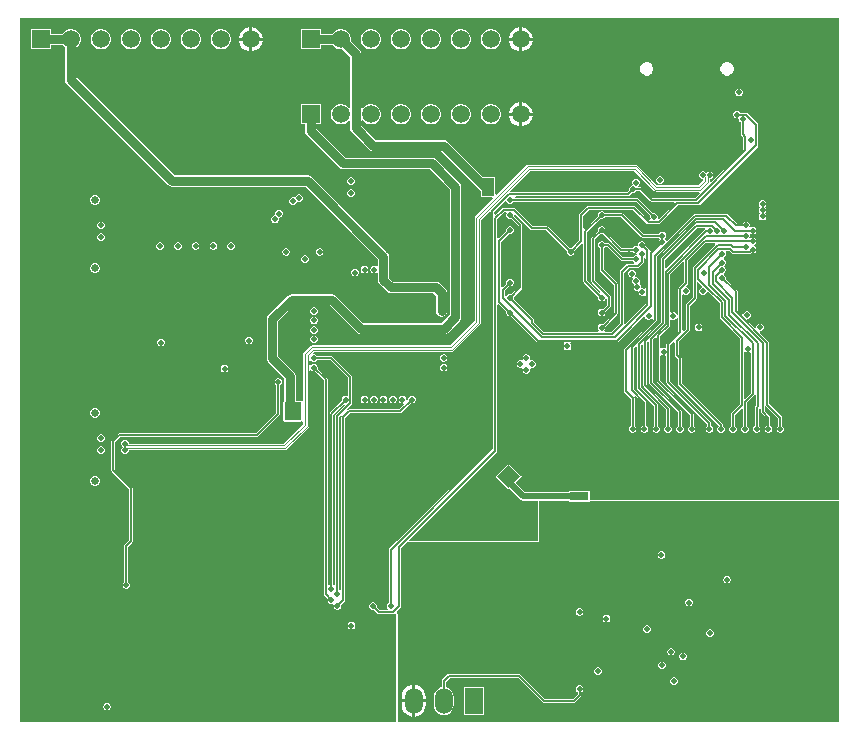
<source format=gbr>
%TF.GenerationSoftware,Altium Limited,Altium Designer,22.2.1 (43)*%
G04 Layer_Physical_Order=3*
G04 Layer_Color=16440176*
%FSLAX26Y26*%
%MOIN*%
%TF.SameCoordinates,FBDAFD36-F916-462A-90D8-3015B88DE517*%
%TF.FilePolarity,Positive*%
%TF.FileFunction,Copper,L3,Inr,Signal*%
%TF.Part,Single*%
G01*
G75*
%TA.AperFunction,Conductor*%
%ADD62C,0.005000*%
%ADD63C,0.030000*%
%ADD64C,0.020000*%
%ADD69C,0.004230*%
%ADD75R,0.064332X0.028105*%
%TA.AperFunction,ComponentPad*%
%ADD79C,0.059055*%
%ADD80R,0.059055X0.059055*%
%ADD81R,0.059055X0.086614*%
%ADD82O,0.059055X0.086614*%
%ADD83C,0.025591*%
%TA.AperFunction,ViaPad*%
%ADD84C,0.018110*%
%TA.AperFunction,Conductor*%
%ADD85R,0.054553X0.061752*%
%ADD86R,0.040250X0.060556*%
G36*
X3090252Y3357256D02*
X3094845Y3355354D01*
X3169095D01*
X3171166Y3350354D01*
X3119083Y3298270D01*
X3114844Y3301102D01*
X3115891Y3303630D01*
Y3308625D01*
X3113979Y3313239D01*
X3110448Y3316771D01*
X3105833Y3318682D01*
X3100838D01*
X3100221Y3318427D01*
X3051654Y3366994D01*
X3047061Y3368896D01*
X2638793D01*
X2638359Y3369545D01*
X2641032Y3374545D01*
X3015496D01*
X3020088Y3376447D01*
X3029189Y3385548D01*
X3029807Y3385292D01*
X3034801D01*
X3039416Y3387204D01*
X3042948Y3390735D01*
X3043204Y3391353D01*
X3056156D01*
X3090252Y3357256D01*
D02*
G37*
G36*
X3102116Y3391984D02*
X3106413Y3390204D01*
X3253639D01*
X3255710Y3385204D01*
X3238848Y3368343D01*
X3097535D01*
X3063438Y3402439D01*
X3058846Y3404342D01*
X3050429D01*
X3049434Y3409342D01*
X3049971Y3409564D01*
X3053503Y3413096D01*
X3055414Y3417710D01*
Y3422705D01*
X3053503Y3427320D01*
X3049971Y3430851D01*
X3045357Y3432763D01*
X3040362D01*
X3035747Y3430851D01*
X3032215Y3427320D01*
X3030304Y3422705D01*
Y3417710D01*
X3031260Y3415402D01*
X3030034Y3411183D01*
X3028547Y3409881D01*
X3025192Y3408491D01*
X3021660Y3404959D01*
X3019749Y3400345D01*
Y3395350D01*
X3020005Y3394732D01*
X3012806Y3387533D01*
X2623740D01*
X2621669Y3392533D01*
X2687625Y3458489D01*
X3035611D01*
X3102116Y3391984D01*
D02*
G37*
G36*
X3060929Y3238585D02*
X3065521Y3236683D01*
X3119750D01*
X3120006Y3236066D01*
X3120542Y3235529D01*
X3123308Y3232263D01*
X3120542Y3228996D01*
X3120006Y3228460D01*
X3118095Y3223845D01*
Y3218850D01*
X3118350Y3218233D01*
X3092361Y3192244D01*
X3087361Y3194020D01*
X3085459Y3198612D01*
X3074009Y3210062D01*
X3074025Y3210102D01*
Y3215096D01*
X3072114Y3219711D01*
X3068582Y3223243D01*
X3063967Y3225154D01*
X3058973D01*
X3054358Y3223243D01*
X3050826Y3219711D01*
X3048915Y3215096D01*
Y3213145D01*
X3044992Y3209510D01*
X3044296Y3209405D01*
X3039884D01*
X3035269Y3207494D01*
X3031738Y3203962D01*
X3031482Y3203344D01*
X2996386D01*
X2940443Y3259287D01*
X2940699Y3259904D01*
Y3264899D01*
X2938788Y3269514D01*
X2935256Y3273046D01*
X2930642Y3274957D01*
X2925647D01*
X2921032Y3273046D01*
X2917500Y3269514D01*
X2915589Y3264899D01*
Y3259904D01*
X2915845Y3259287D01*
X2895318Y3238760D01*
X2893416Y3234168D01*
Y3090691D01*
X2895318Y3086099D01*
X2923073Y3058344D01*
X2921565Y3052781D01*
X2921469Y3052756D01*
X2921349Y3052790D01*
X2880510Y3093629D01*
Y3255583D01*
X2925029Y3300102D01*
X2925647Y3299847D01*
X2930642D01*
X2935256Y3301758D01*
X2938788Y3305290D01*
X2939044Y3305907D01*
X2993607D01*
X3060929Y3238585D01*
D02*
G37*
G36*
X2611671Y3357034D02*
X2612393Y3355289D01*
X2615925Y3351758D01*
X2620540Y3349846D01*
X2625535D01*
X2630149Y3351758D01*
X2633681Y3355289D01*
X2633937Y3355907D01*
X3044371D01*
X3091036Y3309242D01*
X3090780Y3308625D01*
Y3303630D01*
X3091660Y3301505D01*
X3091533Y3300859D01*
X3088996Y3296625D01*
X3085476Y3296421D01*
X3040690Y3341206D01*
X3036098Y3343109D01*
X2883858D01*
X2879266Y3341206D01*
X2855690Y3317631D01*
X2853788Y3313038D01*
Y3227146D01*
X2827918Y3201276D01*
X2827300Y3201532D01*
X2822306D01*
X2821688Y3201276D01*
X2750655Y3272309D01*
X2746063Y3274211D01*
X2699541D01*
X2639677Y3334075D01*
X2635084Y3335977D01*
X2601136D01*
X2596544Y3334075D01*
X2575278Y3312809D01*
X2570659Y3314722D01*
Y3323093D01*
X2605863Y3358297D01*
X2611671Y3357034D01*
D02*
G37*
G36*
X3720472Y2362205D02*
X2890046D01*
Y2388209D01*
X2888936Y2390888D01*
X2886257Y2391998D01*
X2821925D01*
X2819246Y2390888D01*
X2818137Y2388209D01*
Y2387781D01*
X2671055D01*
X2640365Y2418472D01*
X2660159Y2438266D01*
X2661269Y2440945D01*
X2660159Y2443624D01*
X2620789Y2482994D01*
X2618110Y2484103D01*
X2615431Y2482994D01*
X2576061Y2443624D01*
X2574952Y2440945D01*
X2576061Y2438266D01*
X2615431Y2398896D01*
X2618110Y2397786D01*
X2620789Y2398896D01*
X2620898Y2399006D01*
X2655620Y2364284D01*
X2655621Y2364283D01*
X2660086Y2361300D01*
X2665354Y2360252D01*
X2665354Y2360252D01*
X2716535D01*
Y2224409D01*
X2289339D01*
X2287426Y2229029D01*
X2578862Y2520465D01*
X2580764Y2525057D01*
Y3012829D01*
X2585764Y3014900D01*
X2610738Y2989926D01*
X2610482Y2989308D01*
Y2984314D01*
X2612394Y2979699D01*
X2615925Y2976167D01*
X2620540Y2974256D01*
X2625535D01*
X2626152Y2974512D01*
X2711555Y2889108D01*
X2716148Y2887206D01*
X2802106D01*
X2804177Y2882206D01*
X2803211Y2881240D01*
X2801299Y2876625D01*
Y2871631D01*
X2803211Y2867016D01*
X2806742Y2863484D01*
X2811357Y2861573D01*
X2816352D01*
X2820966Y2863484D01*
X2824498Y2867016D01*
X2826409Y2871631D01*
Y2876625D01*
X2824498Y2881240D01*
X2823531Y2882206D01*
X2825602Y2887206D01*
X2980108D01*
X2984700Y2889109D01*
X3067339Y2971747D01*
X3073057Y2970395D01*
X3073869Y2968434D01*
X3077401Y2964902D01*
X3082016Y2962990D01*
X3087011D01*
X3091625Y2964902D01*
X3094528Y2967804D01*
X3097445Y2967449D01*
X3099725Y2966469D01*
X3100084Y2963496D01*
X3003627Y2867039D01*
X3001725Y2862447D01*
Y2725240D01*
X3003627Y2720648D01*
X3025001Y2699273D01*
Y2609325D01*
X3024384Y2609069D01*
X3020852Y2605537D01*
X3018941Y2600923D01*
Y2595928D01*
X3020852Y2591313D01*
X3024384Y2587782D01*
X3028999Y2585870D01*
X3033993D01*
X3038608Y2587782D01*
X3042140Y2591313D01*
X3044051Y2595928D01*
Y2600923D01*
X3042140Y2605537D01*
X3038608Y2609069D01*
X3037990Y2609325D01*
Y2701963D01*
X3036645Y2705211D01*
X3041078Y2707574D01*
X3064371Y2684281D01*
Y2609325D01*
X3063753Y2609069D01*
X3060222Y2605537D01*
X3058310Y2600923D01*
Y2595928D01*
X3060222Y2591313D01*
X3063753Y2587782D01*
X3068368Y2585870D01*
X3073363D01*
X3077977Y2587782D01*
X3081509Y2591313D01*
X3083421Y2595928D01*
Y2600923D01*
X3081509Y2605537D01*
X3077977Y2609069D01*
X3077360Y2609325D01*
Y2686972D01*
X3075458Y2691564D01*
X3036094Y2730927D01*
Y2869117D01*
X3040067Y2873090D01*
X3044687Y2871176D01*
Y2736220D01*
X3046589Y2731628D01*
X3103742Y2674475D01*
Y2609325D01*
X3103124Y2609069D01*
X3099593Y2605537D01*
X3097681Y2600923D01*
Y2595928D01*
X3099593Y2591313D01*
X3103124Y2587782D01*
X3107739Y2585870D01*
X3112734D01*
X3117348Y2587782D01*
X3120880Y2591313D01*
X3122791Y2595928D01*
Y2600923D01*
X3120880Y2605537D01*
X3117348Y2609069D01*
X3116731Y2609325D01*
Y2677165D01*
X3114829Y2681757D01*
X3057675Y2738910D01*
Y2878677D01*
X3061289Y2882290D01*
X3065908Y2880377D01*
Y2743941D01*
X3067810Y2739348D01*
X3143112Y2664047D01*
Y2609325D01*
X3142494Y2609069D01*
X3138963Y2605537D01*
X3137051Y2600923D01*
Y2595928D01*
X3138963Y2591313D01*
X3142494Y2587782D01*
X3147109Y2585870D01*
X3152104D01*
X3156718Y2587782D01*
X3160250Y2591313D01*
X3162161Y2595928D01*
Y2600923D01*
X3160250Y2605537D01*
X3156718Y2609069D01*
X3156101Y2609325D01*
Y2666737D01*
X3154198Y2671329D01*
X3078897Y2746631D01*
Y2887878D01*
X3082798Y2891779D01*
X3087418Y2889866D01*
Y2752544D01*
X3089320Y2747952D01*
X3182482Y2654790D01*
Y2609325D01*
X3181865Y2609069D01*
X3178333Y2605537D01*
X3176422Y2600923D01*
Y2595928D01*
X3178333Y2591313D01*
X3181865Y2587782D01*
X3186479Y2585870D01*
X3191474D01*
X3196089Y2587782D01*
X3199620Y2591313D01*
X3201532Y2595928D01*
Y2600923D01*
X3199620Y2605537D01*
X3196089Y2609069D01*
X3195471Y2609325D01*
Y2657480D01*
X3193569Y2662072D01*
X3100407Y2755235D01*
Y2897367D01*
X3106481Y2903441D01*
X3111100Y2901528D01*
Y2758389D01*
X3113003Y2753797D01*
X3194227Y2672573D01*
X3221852Y2644947D01*
Y2609325D01*
X3221235Y2609069D01*
X3217703Y2605537D01*
X3215792Y2600923D01*
Y2595928D01*
X3217703Y2591313D01*
X3221235Y2587782D01*
X3225849Y2585870D01*
X3230844D01*
X3235459Y2587782D01*
X3238991Y2591313D01*
X3240902Y2595928D01*
Y2600923D01*
X3238991Y2605537D01*
X3235459Y2609069D01*
X3234841Y2609325D01*
Y2647637D01*
X3232939Y2652230D01*
X3203411Y2681758D01*
X3124089Y2761079D01*
Y2842940D01*
X3125236Y2844010D01*
X3129089Y2845798D01*
X3132361Y2844442D01*
X3137356D01*
X3139151Y2845186D01*
X3144151Y2842002D01*
Y2754866D01*
X3146054Y2750274D01*
X3213912Y2682416D01*
X3213912Y2682416D01*
X3280907Y2615420D01*
Y2609325D01*
X3280290Y2609069D01*
X3276758Y2605537D01*
X3274847Y2600923D01*
Y2595928D01*
X3276758Y2591313D01*
X3280290Y2587782D01*
X3284904Y2585870D01*
X3289899D01*
X3294514Y2587782D01*
X3298045Y2591313D01*
X3299957Y2595928D01*
Y2600923D01*
X3298045Y2605537D01*
X3294514Y2609069D01*
X3293896Y2609325D01*
Y2618110D01*
X3291994Y2622702D01*
X3223096Y2691600D01*
X3223096Y2691600D01*
X3157140Y2757556D01*
Y2877869D01*
X3167365Y2888094D01*
X3171985Y2886181D01*
Y2843745D01*
X3173887Y2839153D01*
X3181449Y2831591D01*
Y2749519D01*
X3183351Y2744927D01*
X3232445Y2695833D01*
X3232445Y2695833D01*
X3319435Y2608844D01*
X3316128Y2605537D01*
X3314217Y2600923D01*
Y2595928D01*
X3316128Y2591313D01*
X3319660Y2587782D01*
X3324274Y2585870D01*
X3329269D01*
X3333884Y2587782D01*
X3337415Y2591313D01*
X3339327Y2595928D01*
Y2600923D01*
X3337415Y2605537D01*
X3333884Y2609069D01*
X3333266Y2609325D01*
Y2610691D01*
X3331364Y2615283D01*
X3241630Y2705017D01*
X3241630Y2705018D01*
X3194438Y2752209D01*
Y2834281D01*
X3192536Y2838873D01*
X3184973Y2846435D01*
Y2890892D01*
X3219684Y2925602D01*
X3221586Y2930194D01*
Y3009069D01*
X3242595Y3030079D01*
X3244497Y3034671D01*
Y3088077D01*
X3249117Y3089990D01*
X3263727Y3075380D01*
X3261935Y3070101D01*
X3258912Y3068849D01*
X3255381Y3065317D01*
X3253469Y3060703D01*
Y3055708D01*
X3255381Y3051093D01*
X3258912Y3047561D01*
X3263527Y3045650D01*
X3268522D01*
X3273136Y3047561D01*
X3276668Y3051093D01*
X3277920Y3054116D01*
X3283199Y3055908D01*
X3321314Y3017793D01*
Y2971404D01*
X3323216Y2966812D01*
X3389175Y2900853D01*
Y2681411D01*
X3361550Y2653785D01*
X3359647Y2649193D01*
Y2609325D01*
X3359030Y2609069D01*
X3355498Y2605537D01*
X3353587Y2600923D01*
Y2595928D01*
X3355498Y2591313D01*
X3359030Y2587782D01*
X3363644Y2585870D01*
X3368639D01*
X3373254Y2587782D01*
X3376785Y2591313D01*
X3378697Y2595928D01*
Y2600923D01*
X3376785Y2605537D01*
X3373254Y2609069D01*
X3372636Y2609325D01*
Y2646503D01*
X3394398Y2668265D01*
X3399017Y2666351D01*
Y2609325D01*
X3398400Y2609069D01*
X3394868Y2605537D01*
X3392957Y2600923D01*
Y2595928D01*
X3394868Y2591313D01*
X3398400Y2587782D01*
X3403014Y2585870D01*
X3408009D01*
X3412624Y2587782D01*
X3416155Y2591313D01*
X3418067Y2595928D01*
Y2600923D01*
X3416155Y2605537D01*
X3412624Y2609069D01*
X3412006Y2609325D01*
Y2687177D01*
X3436697Y2711867D01*
X3436886Y2712323D01*
X3441886Y2711328D01*
Y2676430D01*
X3440290Y2674834D01*
X3438387Y2670242D01*
Y2609325D01*
X3437770Y2609069D01*
X3434238Y2605537D01*
X3432327Y2600923D01*
Y2595928D01*
X3434238Y2591313D01*
X3437770Y2587782D01*
X3442385Y2585870D01*
X3447379D01*
X3451994Y2587782D01*
X3455526Y2591313D01*
X3457437Y2595928D01*
Y2600923D01*
X3455526Y2605537D01*
X3451994Y2609069D01*
X3451376Y2609325D01*
Y2665147D01*
X3453131Y2666686D01*
X3458131Y2664420D01*
Y2656506D01*
X3460033Y2651914D01*
X3477758Y2634189D01*
Y2609325D01*
X3477140Y2609069D01*
X3473608Y2605537D01*
X3471697Y2600923D01*
Y2595928D01*
X3473608Y2591313D01*
X3477140Y2587782D01*
X3481755Y2585870D01*
X3486749D01*
X3491364Y2587782D01*
X3494896Y2591313D01*
X3496807Y2595928D01*
Y2600923D01*
X3494896Y2605537D01*
X3491364Y2609069D01*
X3490746Y2609325D01*
Y2636879D01*
X3488844Y2641472D01*
X3471120Y2659196D01*
Y2672749D01*
X3473135Y2673748D01*
X3476120Y2674282D01*
X3517128Y2633273D01*
Y2609325D01*
X3516510Y2609069D01*
X3512978Y2605537D01*
X3511067Y2600923D01*
Y2595928D01*
X3512978Y2591313D01*
X3516510Y2587782D01*
X3521125Y2585870D01*
X3526119D01*
X3530734Y2587782D01*
X3534266Y2591313D01*
X3536177Y2595928D01*
Y2600923D01*
X3534266Y2605537D01*
X3530734Y2609069D01*
X3530117Y2609325D01*
Y2635963D01*
X3528214Y2640556D01*
X3486574Y2682196D01*
Y2885128D01*
X3484672Y2889720D01*
X3454338Y2920055D01*
X3456409Y2925055D01*
X3457706D01*
X3462321Y2926966D01*
X3465853Y2930498D01*
X3467764Y2935112D01*
Y2940107D01*
X3465853Y2944722D01*
X3462321Y2948253D01*
X3457706Y2950165D01*
X3452712D01*
X3448097Y2948253D01*
X3444565Y2944722D01*
X3442654Y2940107D01*
Y2938809D01*
X3437654Y2936738D01*
X3412980Y2961412D01*
X3413688Y2964169D01*
X3414821Y2966642D01*
X3418878Y2968323D01*
X3422410Y2971855D01*
X3424321Y2976469D01*
Y2981464D01*
X3422410Y2986079D01*
X3418878Y2989610D01*
X3414264Y2991522D01*
X3409269D01*
X3404654Y2989610D01*
X3401123Y2986079D01*
X3399442Y2982021D01*
X3396968Y2980889D01*
X3394211Y2980181D01*
X3381027Y2993365D01*
Y3057408D01*
X3379125Y3062000D01*
X3341872Y3099253D01*
X3342128Y3099870D01*
Y3104865D01*
X3340217Y3109480D01*
X3336685Y3113011D01*
X3335654Y3113438D01*
Y3118851D01*
X3336685Y3119278D01*
X3340217Y3122809D01*
X3342128Y3127424D01*
Y3132419D01*
X3340217Y3137033D01*
X3338784Y3138466D01*
X3337238Y3141733D01*
X3338784Y3144999D01*
X3340217Y3146432D01*
X3342128Y3151046D01*
Y3156041D01*
X3340217Y3160656D01*
X3336685Y3164188D01*
X3335655Y3164614D01*
Y3170026D01*
X3336685Y3170453D01*
X3340217Y3173985D01*
X3342128Y3178599D01*
Y3183594D01*
X3341081Y3186122D01*
X3343837Y3191122D01*
X3354812D01*
X3361443Y3184491D01*
X3366035Y3182589D01*
X3423947D01*
X3428192Y3184347D01*
X3428953Y3184032D01*
X3433948D01*
X3438562Y3185943D01*
X3442094Y3189475D01*
X3444006Y3194090D01*
Y3199084D01*
X3442094Y3203699D01*
X3438562Y3207231D01*
X3437198Y3207796D01*
Y3213208D01*
X3438562Y3213773D01*
X3442094Y3217305D01*
X3444006Y3221919D01*
Y3226914D01*
X3442094Y3231528D01*
X3438562Y3235060D01*
X3433948Y3236972D01*
X3428953D01*
X3424545Y3235146D01*
X3423776Y3235506D01*
X3420392Y3238185D01*
X3421142Y3239996D01*
Y3244991D01*
X3420870Y3245648D01*
X3423144Y3247984D01*
X3424903Y3248978D01*
X3428953Y3247300D01*
X3433948D01*
X3438562Y3249211D01*
X3442094Y3252743D01*
X3444006Y3257358D01*
Y3262352D01*
X3442094Y3266967D01*
X3438562Y3270499D01*
X3433948Y3272410D01*
X3428953D01*
X3424954Y3270754D01*
X3423036Y3271865D01*
X3420921Y3274083D01*
X3421142Y3274617D01*
Y3279612D01*
X3419231Y3284227D01*
X3415699Y3287759D01*
X3411085Y3289670D01*
X3406090D01*
X3401475Y3287759D01*
X3397943Y3284227D01*
X3397688Y3283609D01*
X3379118D01*
X3348658Y3314070D01*
X3344066Y3315972D01*
X3240683D01*
X3236091Y3314070D01*
X3147811Y3225790D01*
X3141913Y3226963D01*
X3141293Y3228460D01*
X3140757Y3228996D01*
X3137991Y3232263D01*
X3140757Y3235529D01*
X3141293Y3236066D01*
X3143205Y3240680D01*
Y3245675D01*
X3141293Y3250289D01*
X3137762Y3253821D01*
X3133147Y3255733D01*
X3128152D01*
X3123538Y3253821D01*
X3120006Y3250289D01*
X3119750Y3249672D01*
X3068211D01*
X3000889Y3316994D01*
X2996297Y3318896D01*
X2939044D01*
X2938788Y3319514D01*
X2935256Y3323045D01*
X2930642Y3324957D01*
X2925647D01*
X2921032Y3323045D01*
X2917500Y3319514D01*
X2915589Y3314899D01*
Y3309904D01*
X2915845Y3309287D01*
X2871777Y3265219D01*
X2866777Y3267290D01*
Y3310348D01*
X2886548Y3330120D01*
X3033408D01*
X3079837Y3283691D01*
X3084430Y3281788D01*
X3118280D01*
X3122872Y3283691D01*
X3183095Y3343913D01*
X3249808D01*
X3254400Y3345815D01*
X3448864Y3540279D01*
X3450766Y3544872D01*
Y3612815D01*
X3448864Y3617407D01*
X3414664Y3651607D01*
X3410072Y3653510D01*
X3390724D01*
X3390468Y3654127D01*
X3386937Y3657659D01*
X3382322Y3659570D01*
X3377327D01*
X3372713Y3657659D01*
X3369181Y3654127D01*
X3367270Y3649513D01*
Y3644518D01*
X3369181Y3639903D01*
X3372713Y3636372D01*
X3377327Y3634460D01*
X3380521D01*
X3382404Y3634336D01*
X3385141Y3630216D01*
Y3629162D01*
X3387052Y3624547D01*
X3390584Y3621015D01*
X3391202Y3620760D01*
Y3581780D01*
X3393104Y3577188D01*
X3400386Y3569905D01*
Y3529881D01*
X3292756Y3422251D01*
X3287756Y3424322D01*
Y3431624D01*
X3290435D01*
X3295050Y3433535D01*
X3298581Y3437067D01*
X3300493Y3441681D01*
Y3446676D01*
X3298581Y3451291D01*
X3295050Y3454822D01*
X3290435Y3456734D01*
X3285440D01*
X3280826Y3454822D01*
X3280551Y3454547D01*
X3276842Y3451740D01*
X3274018Y3454547D01*
X3273301Y3455264D01*
X3268686Y3457176D01*
X3263692D01*
X3259077Y3455264D01*
X3255545Y3451732D01*
X3253634Y3447118D01*
Y3442123D01*
X3255545Y3437509D01*
X3259077Y3433977D01*
X3263692Y3432065D01*
X3264804D01*
X3265722Y3427065D01*
X3250246Y3411589D01*
X3112754D01*
X3046249Y3478095D01*
X3041951Y3479875D01*
X2681284D01*
X2676986Y3478095D01*
X2578804Y3379912D01*
X2573804Y3381983D01*
Y3436523D01*
X2572694Y3439202D01*
X2570015Y3440312D01*
X2531246D01*
X2414913Y3556645D01*
X2408793Y3560734D01*
X2401575Y3562169D01*
X2174649D01*
X2126942Y3609877D01*
Y3625842D01*
X2131467Y3627242D01*
X2131942Y3627256D01*
X2137989Y3621209D01*
X2145521Y3616861D01*
X2153920Y3614610D01*
X2162617D01*
X2171017Y3616861D01*
X2178548Y3621209D01*
X2184697Y3627358D01*
X2189045Y3634889D01*
X2191296Y3643289D01*
Y3651986D01*
X2189045Y3660385D01*
X2184697Y3667917D01*
X2178548Y3674066D01*
X2171017Y3678414D01*
X2162617Y3680665D01*
X2153920D01*
X2145521Y3678414D01*
X2137989Y3674066D01*
X2131942Y3668019D01*
X2131467Y3668032D01*
X2126942Y3669433D01*
Y3847826D01*
X2125506Y3855045D01*
X2121417Y3861164D01*
X2090872Y3891709D01*
X2091296Y3893289D01*
Y3901986D01*
X2089045Y3910386D01*
X2084697Y3917917D01*
X2078548Y3924066D01*
X2071016Y3928414D01*
X2062616Y3930665D01*
X2053920D01*
X2045520Y3928414D01*
X2037989Y3924066D01*
X2031840Y3917917D01*
X2031021Y3916500D01*
X1991296D01*
Y3930665D01*
X1925241D01*
Y3864610D01*
X1991296D01*
Y3878775D01*
X2031022D01*
X2031840Y3877358D01*
X2037989Y3871209D01*
X2045520Y3866861D01*
X2053920Y3864610D01*
X2062616D01*
X2064197Y3865034D01*
X2089217Y3840013D01*
Y3670088D01*
X2086280Y3668677D01*
X2084217Y3668397D01*
X2078548Y3674066D01*
X2071017Y3678414D01*
X2062617Y3680665D01*
X2053920D01*
X2045520Y3678414D01*
X2037989Y3674066D01*
X2031840Y3667917D01*
X2027492Y3660386D01*
X2025241Y3651986D01*
Y3643289D01*
X2027492Y3634890D01*
X2031840Y3627358D01*
X2037989Y3621209D01*
X2045520Y3616861D01*
X2053920Y3614610D01*
X2062617D01*
X2071017Y3616861D01*
X2078548Y3621209D01*
X2084217Y3626878D01*
X2086280Y3626598D01*
X2089217Y3625187D01*
Y3602064D01*
X2090653Y3594846D01*
X2094742Y3588727D01*
X2153499Y3529969D01*
X2159618Y3525881D01*
X2166836Y3524445D01*
X2393762D01*
X2525977Y3392230D01*
Y3375967D01*
X2527087Y3373288D01*
X2529765Y3372178D01*
X2563999D01*
X2566070Y3367178D01*
X2506157Y3307265D01*
X2504377Y3302968D01*
Y2959453D01*
X2422167Y2877243D01*
X1962066D01*
X1957768Y2875463D01*
X1934274Y2851968D01*
X1932493Y2847670D01*
Y2693360D01*
X1927493Y2691456D01*
X1925449Y2692303D01*
X1908136D01*
Y2776081D01*
X1906700Y2783299D01*
X1902612Y2789418D01*
X1849571Y2842459D01*
X1849571Y2957520D01*
X1902755Y3010704D01*
X2021675D01*
X2112646Y2919733D01*
X2118766Y2915644D01*
X2125984Y2914209D01*
X2401575D01*
X2408793Y2915644D01*
X2414912Y2919733D01*
X2454283Y2959103D01*
X2458372Y2965223D01*
X2459807Y2972441D01*
Y3405512D01*
X2458372Y3412730D01*
X2454283Y3418849D01*
X2375542Y3497590D01*
X2369423Y3501679D01*
X2362205Y3503114D01*
X2075251D01*
X1977131Y3601235D01*
Y3614610D01*
X1991296D01*
Y3680665D01*
X1925241D01*
Y3614610D01*
X1939406D01*
Y3593421D01*
X1940842Y3586203D01*
X1944931Y3580084D01*
X2054100Y3470914D01*
X2060220Y3466825D01*
X2067438Y3465390D01*
X2354392D01*
X2422082Y3397699D01*
Y2980254D01*
X2393762Y2951933D01*
X2133797D01*
X2042826Y3042905D01*
X2036707Y3046993D01*
X2029488Y3048429D01*
X1894942D01*
X1887724Y3046993D01*
X1881604Y3042905D01*
X1817371Y2978671D01*
X1813282Y2972552D01*
X1811846Y2965333D01*
X1811846Y2834646D01*
X1813282Y2827427D01*
X1817371Y2821308D01*
X1870411Y2768267D01*
Y2692102D01*
X1868217Y2691193D01*
X1867107Y2688514D01*
Y2626763D01*
X1868217Y2624084D01*
X1870896Y2622974D01*
X1925449D01*
X1927493Y2623821D01*
X1932493Y2621916D01*
Y2615010D01*
X1867321Y2549838D01*
X1351138D01*
Y2552573D01*
X1349226Y2557187D01*
X1345695Y2560719D01*
X1341080Y2562631D01*
X1336085D01*
X1331471Y2560719D01*
X1327939Y2557187D01*
X1326028Y2552573D01*
Y2547578D01*
X1327939Y2542964D01*
X1328366Y2542537D01*
X1331325Y2539270D01*
X1328366Y2536004D01*
X1327939Y2535577D01*
X1326028Y2530963D01*
Y2525968D01*
X1327939Y2521353D01*
X1331471Y2517822D01*
X1336085Y2515910D01*
X1341080D01*
X1345695Y2517822D01*
X1349226Y2521353D01*
X1351138Y2525968D01*
Y2528452D01*
X1873661D01*
X1877959Y2530233D01*
X1952099Y2604372D01*
X1953879Y2608670D01*
Y2793487D01*
X1954141Y2793655D01*
X1958879Y2795020D01*
X1961392Y2792506D01*
X1966007Y2790595D01*
X1971001D01*
X1971619Y2790851D01*
X2001380Y2761090D01*
Y2047244D01*
X2003282Y2042652D01*
X2015260Y2030674D01*
X2015004Y2030056D01*
Y2025062D01*
X2016915Y2020447D01*
X2020447Y2016915D01*
X2025062Y2015004D01*
X2030056D01*
X2031432Y2015574D01*
X2035259Y2011747D01*
X2034689Y2010371D01*
Y2005377D01*
X2036600Y2000762D01*
X2040132Y1997230D01*
X2044747Y1995319D01*
X2049742D01*
X2054356Y1997230D01*
X2057888Y2000762D01*
X2059799Y2005377D01*
Y2010371D01*
X2059543Y2010989D01*
X2071200Y2022646D01*
X2073102Y2027238D01*
Y2126306D01*
Y2634784D01*
X2089304Y2650986D01*
X2255905D01*
X2260497Y2652888D01*
X2292160Y2684551D01*
X2292778Y2684296D01*
X2297773D01*
X2302387Y2686207D01*
X2305919Y2689739D01*
X2307830Y2694353D01*
Y2699348D01*
X2305919Y2703963D01*
X2302387Y2707494D01*
X2297773Y2709406D01*
X2292778D01*
X2288163Y2707494D01*
X2284632Y2703963D01*
X2282720Y2699348D01*
Y2695691D01*
X2281335Y2694649D01*
X2276704Y2696875D01*
X2276335Y2697369D01*
Y2699348D01*
X2274423Y2703962D01*
X2270891Y2707494D01*
X2266277Y2709405D01*
X2261282D01*
X2256668Y2707494D01*
X2253136Y2703962D01*
X2251224Y2699348D01*
Y2694353D01*
X2253136Y2689738D01*
X2256668Y2686207D01*
X2261282Y2684295D01*
X2266277D01*
X2266597Y2684428D01*
X2269429Y2680189D01*
X2253215Y2663975D01*
X2086614D01*
X2083679Y2662759D01*
X2080847Y2666998D01*
X2094658Y2680809D01*
X2096560Y2685401D01*
Y2772139D01*
X2094658Y2776731D01*
X2032151Y2839238D01*
X2027559Y2841140D01*
X1979403D01*
X1979148Y2841758D01*
X1975616Y2845289D01*
X1971001Y2847201D01*
X1966821D01*
X1965217Y2849428D01*
X1964369Y2851820D01*
X1968406Y2855858D01*
X2428508D01*
X2432805Y2857638D01*
X2523983Y2948815D01*
X2525763Y2953112D01*
Y3296627D01*
X2552670Y3323535D01*
X2557670Y3321463D01*
Y2537327D01*
X2244753Y2224409D01*
X2244094D01*
Y2223751D01*
X2219817Y2199474D01*
X2217915Y2194882D01*
Y2018774D01*
X2217298Y2018518D01*
X2213766Y2014986D01*
X2211854Y2010371D01*
Y2005377D01*
X2213766Y2000762D01*
X2214844Y1999683D01*
X2212773Y1994683D01*
X2187729D01*
X2177654Y2004759D01*
X2177909Y2005377D01*
Y2010371D01*
X2175998Y2014986D01*
X2172466Y2018518D01*
X2167852Y2020429D01*
X2162857D01*
X2158242Y2018518D01*
X2154711Y2014986D01*
X2152799Y2010371D01*
Y2005377D01*
X2154711Y2000762D01*
X2158242Y1997230D01*
X2162857Y1995319D01*
X2167852D01*
X2168469Y1995575D01*
X2180447Y1983597D01*
X2185039Y1981695D01*
X2234252D01*
X2238844Y1983597D01*
X2239475Y1984228D01*
X2244094Y1982314D01*
Y1620801D01*
X990879D01*
Y3969751D01*
X3720472D01*
Y2362205D01*
D02*
G37*
G36*
X2611762Y3317988D02*
X2610482Y3314899D01*
Y3309904D01*
X2612394Y3305289D01*
X2615925Y3301758D01*
X2620540Y3299846D01*
X2625535D01*
X2626152Y3300102D01*
X2650986Y3275268D01*
Y3073944D01*
X2626152Y3049110D01*
X2625535Y3049366D01*
X2620540D01*
X2615925Y3047454D01*
X2612394Y3043923D01*
X2611791Y3042467D01*
X2605863Y3040414D01*
X2604919Y3041045D01*
Y3059509D01*
X2619922Y3074512D01*
X2620540Y3074256D01*
X2625534D01*
X2630149Y3076167D01*
X2633681Y3079699D01*
X2635592Y3084314D01*
Y3089308D01*
X2633681Y3093923D01*
X2630149Y3097455D01*
X2625534Y3099366D01*
X2620540D01*
X2615925Y3097455D01*
X2612393Y3093923D01*
X2610482Y3089308D01*
Y3084314D01*
X2610738Y3083696D01*
X2597764Y3070722D01*
X2592764Y3072793D01*
Y3222944D01*
X2619923Y3250102D01*
X2620540Y3249846D01*
X2625535D01*
X2630149Y3251758D01*
X2633681Y3255290D01*
X2635593Y3259904D01*
Y3264899D01*
X2633681Y3269513D01*
X2630149Y3273045D01*
X2625535Y3274957D01*
X2620540D01*
X2615925Y3273045D01*
X2612394Y3269513D01*
X2610482Y3264899D01*
Y3259904D01*
X2610738Y3259287D01*
X2585764Y3234312D01*
X2580764Y3236384D01*
Y3299926D01*
X2603826Y3322988D01*
X2609336D01*
X2611762Y3317988D01*
D02*
G37*
G36*
X2692258Y3263124D02*
X2696850Y3261222D01*
X2743373D01*
X2812504Y3192091D01*
X2812248Y3191474D01*
Y3186479D01*
X2814159Y3181865D01*
X2817691Y3178333D01*
X2822306Y3176421D01*
X2827300D01*
X2831915Y3178333D01*
X2835447Y3181865D01*
X2837358Y3186479D01*
Y3191474D01*
X2837102Y3192091D01*
X2862521Y3217510D01*
X2867521Y3215439D01*
Y3090939D01*
X2869423Y3086347D01*
X2915845Y3039926D01*
X2915589Y3039308D01*
Y3034314D01*
X2917501Y3029699D01*
X2921032Y3026167D01*
X2925647Y3024256D01*
X2930642D01*
X2935256Y3026167D01*
X2938788Y3029699D01*
X2939676Y3031843D01*
X2944676Y3030848D01*
Y3012527D01*
X2931259Y2999110D01*
X2930642Y2999366D01*
X2925647D01*
X2921032Y2997455D01*
X2917501Y2993923D01*
X2915589Y2989309D01*
Y2984314D01*
X2917501Y2979699D01*
X2921032Y2976167D01*
X2925647Y2974256D01*
X2930642D01*
X2935256Y2976167D01*
X2938788Y2979699D01*
X2940699Y2984314D01*
Y2989309D01*
X2940443Y2989926D01*
X2955763Y3005245D01*
X2957665Y3009837D01*
Y3039431D01*
X2955763Y3044023D01*
X2906404Y3093381D01*
Y3231478D01*
X2925029Y3250102D01*
X2925647Y3249847D01*
X2930642D01*
X2931259Y3250102D01*
X2989104Y3192258D01*
X2993696Y3190356D01*
X3031482D01*
X3031738Y3189738D01*
X3035269Y3186206D01*
X3039884Y3184295D01*
X3043812D01*
X3044901Y3181532D01*
X3041455Y3177909D01*
X3039884D01*
X3035270Y3175998D01*
X3031738Y3172466D01*
X3031482Y3171848D01*
X3027665D01*
X3027665Y3171848D01*
X3011706D01*
X3011705Y3171848D01*
X3000179D01*
X2955034Y3216994D01*
X2950441Y3218896D01*
X2939044D01*
X2938788Y3219514D01*
X2935256Y3223045D01*
X2930642Y3224957D01*
X2925647D01*
X2921032Y3223045D01*
X2917501Y3219514D01*
X2915589Y3214899D01*
Y3209904D01*
X2917501Y3205290D01*
X2921032Y3201758D01*
X2921650Y3201502D01*
Y3129605D01*
X2923552Y3125012D01*
X2969160Y3079404D01*
Y2987011D01*
X2931259Y2949110D01*
X2930642Y2949366D01*
X2925647D01*
X2921033Y2947455D01*
X2917501Y2943923D01*
X2915589Y2939308D01*
Y2934314D01*
X2917501Y2929699D01*
X2918985Y2928215D01*
X2916914Y2923215D01*
X2734230D01*
X2702672Y2954773D01*
Y2963671D01*
X2700770Y2968263D01*
X2635337Y3033696D01*
X2635593Y3034313D01*
Y3039308D01*
X2635337Y3039926D01*
X2662073Y3066661D01*
X2663975Y3071253D01*
Y3277959D01*
X2662073Y3282551D01*
X2636524Y3308099D01*
X2637026Y3311328D01*
X2642168Y3313215D01*
X2692258Y3263124D01*
D02*
G37*
G36*
X3274277Y3263930D02*
X3271876Y3262935D01*
X3143618Y3134677D01*
X3138999Y3136591D01*
Y3162546D01*
X3172834Y3196382D01*
X3172835Y3196382D01*
X3245382Y3268930D01*
X3273282D01*
X3274277Y3263930D01*
D02*
G37*
G36*
X3074373Y3164689D02*
Y3069147D01*
X3073197Y3068068D01*
X3069372Y3066306D01*
X3066072Y3067673D01*
X3064760D01*
X3060962Y3068245D01*
X3060141Y3072293D01*
Y3073363D01*
X3058230Y3077978D01*
X3054698Y3081510D01*
X3054554Y3086981D01*
X3055840Y3090087D01*
Y3095082D01*
X3053929Y3099696D01*
X3050397Y3103228D01*
X3045783Y3105139D01*
X3042283D01*
X3040116Y3108672D01*
X3039774Y3109414D01*
X3039693Y3109759D01*
X3041506Y3114137D01*
Y3119132D01*
X3039595Y3123746D01*
X3036063Y3127278D01*
X3031448Y3129189D01*
X3026454D01*
X3021839Y3127278D01*
X3018307Y3123746D01*
X3016396Y3119132D01*
Y3114137D01*
X3018307Y3109522D01*
X3021839Y3105990D01*
X3026454Y3104079D01*
X3029954D01*
X3032120Y3100547D01*
X3032462Y3099805D01*
X3032544Y3099460D01*
X3030730Y3095082D01*
Y3090087D01*
X3032642Y3085472D01*
X3036173Y3081941D01*
X3036317Y3076469D01*
X3035031Y3073363D01*
Y3068369D01*
X3036942Y3063754D01*
X3040474Y3060222D01*
X3045088Y3058311D01*
X3046401D01*
X3050199Y3057739D01*
X3051020Y3053692D01*
Y3052621D01*
X3052931Y3048006D01*
X3056463Y3044474D01*
X3061078Y3042563D01*
X3066072D01*
X3069372Y3043930D01*
X3073197Y3042168D01*
X3074373Y3041089D01*
Y3016140D01*
X3005835Y2947602D01*
X3002223Y2949467D01*
X3001376Y2950215D01*
Y3119852D01*
X3017895Y3136370D01*
X3048801D01*
X3053393Y3138272D01*
X3066062Y3150941D01*
X3067964Y3155534D01*
Y3166420D01*
X3069373Y3167361D01*
X3074373Y3164689D01*
D02*
G37*
G36*
X3307175Y3212922D02*
X3233411Y3139157D01*
X3231509Y3134565D01*
Y3037361D01*
X3210499Y3016351D01*
X3208597Y3011759D01*
Y2932884D01*
X3201851Y2926139D01*
X3197232Y2928052D01*
Y3046153D01*
X3202232Y3048225D01*
X3202895Y3047562D01*
X3207509Y3045650D01*
X3212504D01*
X3217119Y3047562D01*
X3220651Y3051093D01*
X3222562Y3055708D01*
Y3060703D01*
X3220651Y3065317D01*
X3217119Y3068849D01*
X3212504Y3070760D01*
X3210720Y3075760D01*
X3214731Y3079772D01*
X3216633Y3084365D01*
Y3160419D01*
X3274137Y3217922D01*
X3305104D01*
X3307175Y3212922D01*
D02*
G37*
G36*
X3203645Y3155072D02*
Y3087055D01*
X3186145Y3069555D01*
X3184243Y3064963D01*
Y2979884D01*
X3179243Y2978889D01*
X3177934Y2982050D01*
X3174402Y2985582D01*
X3169787Y2987493D01*
X3164793D01*
X3160999Y2985922D01*
X3157860Y2987186D01*
X3155999Y2988473D01*
Y3113959D01*
X3199025Y3156986D01*
X3203645Y3155072D01*
D02*
G37*
G36*
X3184243Y2969993D02*
Y2923341D01*
X3146054Y2885152D01*
X3144151Y2880559D01*
Y2871993D01*
X3139151Y2868809D01*
X3137356Y2869552D01*
X3132361D01*
X3129089Y2868197D01*
X3125236Y2869985D01*
X3124089Y2871055D01*
Y2909029D01*
X3154096Y2939036D01*
X3155999Y2943628D01*
Y2961403D01*
X3157860Y2962691D01*
X3160999Y2963955D01*
X3164793Y2962383D01*
X3169787D01*
X3174402Y2964294D01*
X3177934Y2967826D01*
X3179243Y2970987D01*
X3184243Y2969993D01*
D02*
G37*
G36*
X2992897Y3160762D02*
X2997489Y3158860D01*
X3011705D01*
X3011705Y3158860D01*
X3027665D01*
X3031738Y3158242D01*
X3035270Y3154710D01*
X3036118Y3154359D01*
X3035123Y3149359D01*
X3015205D01*
X3010613Y3147457D01*
X2990290Y3127134D01*
X2988388Y3122542D01*
Y2952594D01*
X2959008Y2923215D01*
X2939375D01*
X2937304Y2928215D01*
X2938788Y2929699D01*
X2940700Y2934314D01*
Y2939308D01*
X2940444Y2939926D01*
X2980247Y2979729D01*
X2982149Y2984321D01*
Y3082094D01*
X2980247Y3086686D01*
X2934639Y3132295D01*
Y3201502D01*
X2935256Y3201758D01*
X2938788Y3205290D01*
X2939044Y3205907D01*
X2947751D01*
X2992897Y3160762D01*
D02*
G37*
G36*
X2083571Y2769449D02*
Y2712220D01*
X2078571Y2708880D01*
X2077301Y2709406D01*
X2072306D01*
X2067691Y2707494D01*
X2064160Y2703963D01*
X2062248Y2699348D01*
Y2694353D01*
X2062504Y2693736D01*
X2022967Y2654199D01*
X2021065Y2649606D01*
Y2081203D01*
X2019368Y2080070D01*
X2014368Y2082743D01*
Y2763780D01*
X2012466Y2768372D01*
X1980803Y2800035D01*
X1981059Y2800652D01*
Y2805647D01*
X1979148Y2810262D01*
X1975616Y2813794D01*
X1971001Y2815705D01*
X1966007D01*
X1961392Y2813794D01*
X1958879Y2811280D01*
X1954141Y2812644D01*
X1953879Y2812813D01*
Y2824983D01*
X1954141Y2825151D01*
X1958879Y2826515D01*
X1961392Y2824002D01*
X1966007Y2822091D01*
X1971001D01*
X1975616Y2824002D01*
X1979148Y2827534D01*
X1979403Y2828151D01*
X2024869D01*
X2083571Y2769449D01*
D02*
G37*
G36*
X3408866Y2855820D02*
X3413480Y2853908D01*
X3418475D01*
X3420610Y2854793D01*
X3425610Y2851808D01*
Y2719150D01*
X3406783Y2700322D01*
X3402164Y2702236D01*
Y2855451D01*
X3407164Y2857522D01*
X3408866Y2855820D01*
D02*
G37*
G36*
X2657480Y2440945D02*
X2618110Y2401575D01*
X2578740Y2440945D01*
X2618110Y2480315D01*
X2657480Y2440945D01*
D02*
G37*
G36*
X2818137Y2360104D02*
X2819246Y2357426D01*
X2821925Y2356316D01*
X2886257D01*
X2888936Y2357426D01*
X2889449Y2358664D01*
X2890046Y2358416D01*
X3720472D01*
Y1620801D01*
X2247883D01*
Y1982314D01*
X2247594Y1983010D01*
Y1983764D01*
X2247062Y1984297D01*
X2246773Y1984993D01*
X2245811Y1987899D01*
X2246201Y1990954D01*
X2258529Y2003282D01*
X2260431Y2007874D01*
Y2202034D01*
X2280700Y2222302D01*
X2283754Y2222693D01*
X2286661Y2221731D01*
X2287357Y2221442D01*
X2287890Y2220909D01*
X2288643D01*
X2289339Y2220621D01*
X2716535D01*
X2719214Y2221731D01*
X2720324Y2224409D01*
Y2360252D01*
X2818137D01*
Y2360104D01*
D02*
G37*
G36*
X2069566Y2681157D02*
X2071212Y2675732D01*
X2042652Y2647171D01*
X2040750Y2642579D01*
Y2082743D01*
X2035750Y2080070D01*
X2034053Y2081204D01*
Y2646916D01*
X2068505Y2681368D01*
X2069566Y2681157D01*
D02*
G37*
G36*
X2061329Y2640409D02*
X2060113Y2637474D01*
Y2126306D01*
Y2063727D01*
X2055113Y2061054D01*
X2053738Y2061973D01*
Y2639889D01*
X2057090Y2643241D01*
X2061329Y2640409D01*
D02*
G37*
%LPC*%
G36*
X2663472Y3937165D02*
X2663268D01*
Y3902637D01*
X2697796D01*
Y3902841D01*
X2695102Y3912895D01*
X2689898Y3921908D01*
X2682539Y3929267D01*
X2673525Y3934471D01*
X2663472Y3937165D01*
D02*
G37*
G36*
X2653268D02*
X2653064D01*
X2643011Y3934471D01*
X2633998Y3929267D01*
X2626638Y3921908D01*
X2621434Y3912895D01*
X2618741Y3902841D01*
Y3902637D01*
X2653268D01*
Y3937165D01*
D02*
G37*
G36*
X1763472D02*
X1763268D01*
Y3902637D01*
X1797796D01*
Y3902841D01*
X1795102Y3912895D01*
X1789898Y3921908D01*
X1782539Y3929267D01*
X1773525Y3934471D01*
X1763472Y3937165D01*
D02*
G37*
G36*
X1753268D02*
X1753064D01*
X1743011Y3934471D01*
X1733998Y3929267D01*
X1726638Y3921908D01*
X1721435Y3912895D01*
X1718741Y3902841D01*
Y3902637D01*
X1753268D01*
Y3937165D01*
D02*
G37*
G36*
X1662616Y3930665D02*
X1653920D01*
X1645520Y3928415D01*
X1637988Y3924066D01*
X1631839Y3917917D01*
X1627491Y3910386D01*
X1625240Y3901986D01*
Y3893290D01*
X1627491Y3884890D01*
X1631839Y3877358D01*
X1637988Y3871209D01*
X1645520Y3866861D01*
X1653920Y3864610D01*
X1662616D01*
X1671016Y3866861D01*
X1678547Y3871209D01*
X1684697Y3877358D01*
X1689045Y3884890D01*
X1691295Y3893290D01*
Y3901986D01*
X1689045Y3910386D01*
X1684697Y3917917D01*
X1678547Y3924066D01*
X1671016Y3928415D01*
X1662616Y3930665D01*
D02*
G37*
G36*
X1562617D02*
X1553920D01*
X1545520Y3928415D01*
X1537989Y3924066D01*
X1531840Y3917917D01*
X1527492Y3910386D01*
X1525241Y3901986D01*
Y3893290D01*
X1527492Y3884890D01*
X1531840Y3877358D01*
X1537989Y3871209D01*
X1545520Y3866861D01*
X1553920Y3864610D01*
X1562617D01*
X1571016Y3866861D01*
X1578548Y3871209D01*
X1584697Y3877358D01*
X1589045Y3884890D01*
X1591296Y3893290D01*
Y3901986D01*
X1589045Y3910386D01*
X1584697Y3917917D01*
X1578548Y3924066D01*
X1571016Y3928415D01*
X1562617Y3930665D01*
D02*
G37*
G36*
X1462616Y3930665D02*
X1453920D01*
X1445520Y3928414D01*
X1437989Y3924066D01*
X1431840Y3917917D01*
X1427492Y3910386D01*
X1425241Y3901986D01*
Y3893290D01*
X1427492Y3884890D01*
X1431840Y3877358D01*
X1437989Y3871209D01*
X1445520Y3866861D01*
X1453920Y3864610D01*
X1462616D01*
X1471016Y3866861D01*
X1478548Y3871209D01*
X1484697Y3877358D01*
X1489045Y3884890D01*
X1491296Y3893290D01*
Y3901986D01*
X1489045Y3910386D01*
X1484697Y3917917D01*
X1478548Y3924066D01*
X1471016Y3928414D01*
X1462616Y3930665D01*
D02*
G37*
G36*
X1362616D02*
X1353919D01*
X1345520Y3928414D01*
X1337988Y3924066D01*
X1331839Y3917917D01*
X1327491Y3910386D01*
X1325240Y3901986D01*
Y3893290D01*
X1327491Y3884890D01*
X1331839Y3877358D01*
X1337988Y3871209D01*
X1345520Y3866861D01*
X1353919Y3864610D01*
X1362616D01*
X1371016Y3866861D01*
X1378547Y3871209D01*
X1384696Y3877358D01*
X1389044Y3884890D01*
X1391295Y3893290D01*
Y3901986D01*
X1389044Y3910386D01*
X1384696Y3917917D01*
X1378547Y3924066D01*
X1371016Y3928414D01*
X1362616Y3930665D01*
D02*
G37*
G36*
X1262616D02*
X1253920D01*
X1245520Y3928414D01*
X1237989Y3924066D01*
X1231840Y3917917D01*
X1227492Y3910386D01*
X1225241Y3901986D01*
Y3893290D01*
X1227492Y3884890D01*
X1231840Y3877358D01*
X1237989Y3871209D01*
X1245520Y3866861D01*
X1253920Y3864610D01*
X1262616D01*
X1271016Y3866861D01*
X1278548Y3871209D01*
X1284697Y3877358D01*
X1289045Y3884890D01*
X1291296Y3893290D01*
Y3901986D01*
X1289045Y3910386D01*
X1284697Y3917917D01*
X1278548Y3924066D01*
X1271016Y3928414D01*
X1262616Y3930665D01*
D02*
G37*
G36*
X2262616Y3930665D02*
X2253920D01*
X2245520Y3928414D01*
X2237989Y3924066D01*
X2231840Y3917917D01*
X2227491Y3910386D01*
X2225241Y3901986D01*
Y3893289D01*
X2227491Y3884890D01*
X2231840Y3877358D01*
X2237989Y3871209D01*
X2245520Y3866861D01*
X2253920Y3864610D01*
X2262616D01*
X2271016Y3866861D01*
X2278548Y3871209D01*
X2284697Y3877358D01*
X2289045Y3884890D01*
X2291296Y3893289D01*
Y3901986D01*
X2289045Y3910386D01*
X2284697Y3917917D01*
X2278548Y3924066D01*
X2271016Y3928414D01*
X2262616Y3930665D01*
D02*
G37*
G36*
X2362617Y3930665D02*
X2353920D01*
X2345520Y3928414D01*
X2337989Y3924066D01*
X2331840Y3917917D01*
X2327492Y3910386D01*
X2325241Y3901986D01*
Y3893289D01*
X2327492Y3884890D01*
X2331840Y3877358D01*
X2337989Y3871209D01*
X2345520Y3866861D01*
X2353920Y3864610D01*
X2362617D01*
X2371017Y3866861D01*
X2378548Y3871209D01*
X2384697Y3877358D01*
X2389045Y3884890D01*
X2391296Y3893289D01*
Y3901986D01*
X2389045Y3910386D01*
X2384697Y3917917D01*
X2378548Y3924066D01*
X2371017Y3928414D01*
X2362617Y3930665D01*
D02*
G37*
G36*
X2562617Y3930665D02*
X2553920D01*
X2545520Y3928414D01*
X2537989Y3924066D01*
X2531840Y3917917D01*
X2527492Y3910386D01*
X2525241Y3901986D01*
Y3893289D01*
X2527492Y3884889D01*
X2531840Y3877358D01*
X2537989Y3871209D01*
X2545520Y3866861D01*
X2553920Y3864610D01*
X2562617D01*
X2571017Y3866861D01*
X2578548Y3871209D01*
X2584697Y3877358D01*
X2589045Y3884889D01*
X2591296Y3893289D01*
Y3901986D01*
X2589045Y3910386D01*
X2584697Y3917917D01*
X2578548Y3924066D01*
X2571017Y3928414D01*
X2562617Y3930665D01*
D02*
G37*
G36*
X2162617D02*
X2153920D01*
X2145520Y3928414D01*
X2137989Y3924066D01*
X2131840Y3917917D01*
X2127492Y3910386D01*
X2125241Y3901986D01*
Y3893289D01*
X2127492Y3884889D01*
X2131840Y3877358D01*
X2137989Y3871209D01*
X2145520Y3866861D01*
X2153920Y3864610D01*
X2162617D01*
X2171016Y3866861D01*
X2178548Y3871209D01*
X2184697Y3877358D01*
X2189045Y3884889D01*
X2191296Y3893289D01*
Y3901986D01*
X2189045Y3910386D01*
X2184697Y3917917D01*
X2178548Y3924066D01*
X2171016Y3928414D01*
X2162617Y3930665D01*
D02*
G37*
G36*
X2462617Y3930665D02*
X2453920D01*
X2445520Y3928414D01*
X2437989Y3924066D01*
X2431840Y3917917D01*
X2427492Y3910385D01*
X2425241Y3901985D01*
Y3893289D01*
X2427492Y3884889D01*
X2431840Y3877358D01*
X2437989Y3871209D01*
X2445520Y3866861D01*
X2453920Y3864610D01*
X2462617D01*
X2471017Y3866861D01*
X2478548Y3871209D01*
X2484697Y3877358D01*
X2489045Y3884889D01*
X2491296Y3893289D01*
Y3901985D01*
X2489045Y3910385D01*
X2484697Y3917917D01*
X2478548Y3924066D01*
X2471017Y3928414D01*
X2462617Y3930665D01*
D02*
G37*
G36*
X2697796Y3892637D02*
X2663268D01*
Y3858110D01*
X2663472D01*
X2673525Y3860804D01*
X2682539Y3866008D01*
X2689898Y3873367D01*
X2695102Y3882380D01*
X2697796Y3892434D01*
Y3892637D01*
D02*
G37*
G36*
X2653268D02*
X2618741D01*
Y3892434D01*
X2621434Y3882380D01*
X2626638Y3873367D01*
X2633998Y3866008D01*
X2643011Y3860804D01*
X2653064Y3858110D01*
X2653268D01*
Y3892637D01*
D02*
G37*
G36*
X1797796D02*
X1763268D01*
Y3858110D01*
X1763472D01*
X1773525Y3860804D01*
X1782539Y3866008D01*
X1789898Y3873367D01*
X1795102Y3882380D01*
X1797796Y3892434D01*
Y3892637D01*
D02*
G37*
G36*
X1753268D02*
X1718741D01*
Y3892434D01*
X1721435Y3882380D01*
X1726638Y3873367D01*
X1733998Y3866008D01*
X1743011Y3860804D01*
X1753064Y3858110D01*
X1753268D01*
Y3892637D01*
D02*
G37*
G36*
X3350873Y3821413D02*
X3342041D01*
X3333881Y3818034D01*
X3327636Y3811788D01*
X3324256Y3803629D01*
Y3794797D01*
X3327636Y3786637D01*
X3333881Y3780392D01*
X3342041Y3777012D01*
X3350873D01*
X3359032Y3780392D01*
X3365278Y3786637D01*
X3368657Y3794797D01*
Y3803629D01*
X3365278Y3811788D01*
X3359032Y3818034D01*
X3350873Y3821413D01*
D02*
G37*
G36*
X3083156D02*
X3074324D01*
X3066164Y3818034D01*
X3059919Y3811788D01*
X3056539Y3803629D01*
Y3794797D01*
X3059919Y3786637D01*
X3066164Y3780392D01*
X3074324Y3777012D01*
X3083156D01*
X3091316Y3780392D01*
X3097561Y3786637D01*
X3100941Y3794797D01*
Y3803629D01*
X3097561Y3811788D01*
X3091316Y3818034D01*
X3083156Y3821413D01*
D02*
G37*
G36*
X3388324Y3733028D02*
X3383329D01*
X3378715Y3731116D01*
X3375183Y3727584D01*
X3373272Y3722970D01*
Y3717975D01*
X3375183Y3713360D01*
X3378715Y3709829D01*
X3383329Y3707917D01*
X3388324D01*
X3392939Y3709829D01*
X3396470Y3713360D01*
X3398382Y3717975D01*
Y3722970D01*
X3396470Y3727584D01*
X3392939Y3731116D01*
X3388324Y3733028D01*
D02*
G37*
G36*
X2663472Y3687165D02*
X2663268D01*
Y3652637D01*
X2697796D01*
Y3652841D01*
X2695102Y3662895D01*
X2689898Y3671908D01*
X2682539Y3679267D01*
X2673525Y3684471D01*
X2663472Y3687165D01*
D02*
G37*
G36*
X2653268D02*
X2653064D01*
X2643011Y3684471D01*
X2633998Y3679267D01*
X2626638Y3671908D01*
X2621434Y3662895D01*
X2618741Y3652841D01*
Y3652637D01*
X2653268D01*
Y3687165D01*
D02*
G37*
G36*
X2362617Y3680665D02*
X2353920D01*
X2345521Y3678414D01*
X2337989Y3674066D01*
X2331840Y3667917D01*
X2327492Y3660386D01*
X2325241Y3651986D01*
Y3643290D01*
X2327492Y3634890D01*
X2331840Y3627358D01*
X2337989Y3621209D01*
X2345521Y3616861D01*
X2353920Y3614610D01*
X2362617D01*
X2371017Y3616861D01*
X2378548Y3621209D01*
X2384697Y3627358D01*
X2389045Y3634890D01*
X2391296Y3643290D01*
Y3651986D01*
X2389045Y3660386D01*
X2384697Y3667917D01*
X2378548Y3674066D01*
X2371017Y3678414D01*
X2362617Y3680665D01*
D02*
G37*
G36*
X2462617Y3680665D02*
X2453921D01*
X2445521Y3678414D01*
X2437989Y3674066D01*
X2431840Y3667917D01*
X2427492Y3660386D01*
X2425241Y3651986D01*
Y3643289D01*
X2427492Y3634890D01*
X2431840Y3627358D01*
X2437989Y3621209D01*
X2445521Y3616861D01*
X2453921Y3614610D01*
X2462617D01*
X2471017Y3616861D01*
X2478548Y3621209D01*
X2484697Y3627358D01*
X2489045Y3634890D01*
X2491296Y3643289D01*
Y3651986D01*
X2489045Y3660386D01*
X2484697Y3667917D01*
X2478548Y3674066D01*
X2471017Y3678414D01*
X2462617Y3680665D01*
D02*
G37*
G36*
X2262617D02*
X2253920D01*
X2245521Y3678414D01*
X2237989Y3674066D01*
X2231840Y3667917D01*
X2227492Y3660386D01*
X2225241Y3651986D01*
Y3643289D01*
X2227492Y3634890D01*
X2231840Y3627358D01*
X2237989Y3621209D01*
X2245521Y3616861D01*
X2253920Y3614610D01*
X2262617D01*
X2271017Y3616861D01*
X2278548Y3621209D01*
X2284697Y3627358D01*
X2289045Y3634890D01*
X2291296Y3643289D01*
Y3651986D01*
X2289045Y3660386D01*
X2284697Y3667917D01*
X2278548Y3674066D01*
X2271017Y3678414D01*
X2262617Y3680665D01*
D02*
G37*
G36*
X2562617Y3680665D02*
X2553920D01*
X2545521Y3678414D01*
X2537989Y3674066D01*
X2531840Y3667917D01*
X2527492Y3660386D01*
X2525241Y3651986D01*
Y3643289D01*
X2527492Y3634890D01*
X2531840Y3627358D01*
X2537989Y3621209D01*
X2545521Y3616861D01*
X2553920Y3614610D01*
X2562617D01*
X2571017Y3616861D01*
X2578548Y3621209D01*
X2584697Y3627358D01*
X2589045Y3634890D01*
X2591296Y3643289D01*
Y3651986D01*
X2589045Y3660386D01*
X2584697Y3667917D01*
X2578548Y3674066D01*
X2571017Y3678414D01*
X2562617Y3680665D01*
D02*
G37*
G36*
X2697796Y3642637D02*
X2663268D01*
Y3608110D01*
X2663472D01*
X2673525Y3610804D01*
X2682539Y3616008D01*
X2689898Y3623367D01*
X2695102Y3632380D01*
X2697796Y3642434D01*
Y3642637D01*
D02*
G37*
G36*
X2653268D02*
X2618741D01*
Y3642434D01*
X2621434Y3632380D01*
X2626638Y3623367D01*
X2633998Y3616008D01*
X2643011Y3610804D01*
X2653064Y3608110D01*
X2653268D01*
Y3642637D01*
D02*
G37*
G36*
X3124339Y3441738D02*
X3119344D01*
X3114730Y3439826D01*
X3111198Y3436294D01*
X3109287Y3431680D01*
Y3426685D01*
X3111198Y3422070D01*
X3114730Y3418539D01*
X3119344Y3416627D01*
X3124339D01*
X3128954Y3418539D01*
X3132485Y3422070D01*
X3134397Y3426685D01*
Y3431680D01*
X3132485Y3436294D01*
X3128954Y3439826D01*
X3124339Y3441738D01*
D02*
G37*
G36*
X2095859Y3437752D02*
X2090864D01*
X2086250Y3435841D01*
X2082718Y3432309D01*
X2080806Y3427694D01*
Y3422700D01*
X2082718Y3418085D01*
X2086250Y3414553D01*
X2090864Y3412642D01*
X2095859D01*
X2100473Y3414553D01*
X2104005Y3418085D01*
X2105917Y3422700D01*
Y3427694D01*
X2104005Y3432309D01*
X2100473Y3435841D01*
X2095859Y3437752D01*
D02*
G37*
G36*
Y3398382D02*
X2090864D01*
X2086250Y3396470D01*
X2082718Y3392939D01*
X2080806Y3388324D01*
Y3383329D01*
X2082718Y3378715D01*
X2086250Y3375183D01*
X2090864Y3373272D01*
X2095859D01*
X2100473Y3375183D01*
X2104005Y3378715D01*
X2105917Y3383329D01*
Y3388324D01*
X2104005Y3392939D01*
X2100473Y3396470D01*
X2095859Y3398382D01*
D02*
G37*
G36*
X1921789Y3381854D02*
X1916794D01*
X1912179Y3379942D01*
X1908648Y3376411D01*
X1906736Y3371796D01*
X1902104Y3371008D01*
X1897109D01*
X1892495Y3369096D01*
X1888963Y3365565D01*
X1887052Y3360950D01*
Y3355955D01*
X1888963Y3351341D01*
X1892495Y3347809D01*
X1897109Y3345898D01*
X1902104D01*
X1906719Y3347809D01*
X1910250Y3351341D01*
X1912162Y3355955D01*
X1916794Y3356744D01*
X1921789D01*
X1926403Y3358655D01*
X1929935Y3362187D01*
X1931846Y3366801D01*
Y3371796D01*
X1929935Y3376411D01*
X1926403Y3379942D01*
X1921789Y3381854D01*
D02*
G37*
G36*
X1243399Y3378106D02*
X1236916D01*
X1230927Y3375626D01*
X1226343Y3371042D01*
X1223862Y3365052D01*
Y3358570D01*
X1226343Y3352581D01*
X1230927Y3347997D01*
X1236916Y3345516D01*
X1243399D01*
X1249388Y3347997D01*
X1253972Y3352581D01*
X1256453Y3358570D01*
Y3365052D01*
X1253972Y3371042D01*
X1249388Y3375626D01*
X1243399Y3378106D01*
D02*
G37*
G36*
X3467064Y3360556D02*
X3462069D01*
X3457454Y3358645D01*
X3453923Y3355113D01*
X3452011Y3350499D01*
Y3345504D01*
X3453923Y3340889D01*
X3457039Y3337773D01*
X3453923Y3334656D01*
X3452011Y3330042D01*
Y3325047D01*
X3453923Y3320432D01*
X3457040Y3317315D01*
X3453923Y3314198D01*
X3452012Y3309584D01*
Y3304589D01*
X3453923Y3299975D01*
X3457455Y3296443D01*
X3462070Y3294532D01*
X3467064D01*
X3471679Y3296443D01*
X3475211Y3299975D01*
X3477122Y3304589D01*
Y3309584D01*
X3475211Y3314198D01*
X3472093Y3317316D01*
X3475210Y3320432D01*
X3477122Y3325047D01*
Y3330042D01*
X3475210Y3334656D01*
X3472093Y3337773D01*
X3475210Y3340889D01*
X3477122Y3345504D01*
Y3350499D01*
X3475210Y3355113D01*
X3471678Y3358645D01*
X3467064Y3360556D01*
D02*
G37*
G36*
X1855625Y3329484D02*
X1850630D01*
X1846016Y3327573D01*
X1842484Y3324041D01*
X1840572Y3319426D01*
Y3314432D01*
X1837079Y3309799D01*
X1835900D01*
X1831286Y3307888D01*
X1827754Y3304356D01*
X1825843Y3299741D01*
Y3294747D01*
X1827754Y3290132D01*
X1831286Y3286600D01*
X1835900Y3284689D01*
X1840895D01*
X1845510Y3286600D01*
X1849042Y3290132D01*
X1850953Y3294747D01*
Y3299741D01*
X1854446Y3304374D01*
X1855625D01*
X1860239Y3306285D01*
X1863771Y3309817D01*
X1865683Y3314432D01*
Y3319426D01*
X1863771Y3324041D01*
X1860239Y3327573D01*
X1855625Y3329484D01*
D02*
G37*
G36*
X1262340Y3290114D02*
X1257345D01*
X1252731Y3288203D01*
X1249199Y3284671D01*
X1247287Y3280057D01*
Y3275062D01*
X1249199Y3270447D01*
X1252731Y3266915D01*
X1257345Y3265004D01*
X1262340D01*
X1266954Y3266915D01*
X1270486Y3270447D01*
X1272398Y3275062D01*
Y3280057D01*
X1270486Y3284671D01*
X1266954Y3288203D01*
X1262340Y3290114D01*
D02*
G37*
G36*
X1262340Y3250744D02*
X1257345D01*
X1252730Y3248832D01*
X1249199Y3245301D01*
X1247287Y3240686D01*
Y3235691D01*
X1249199Y3231077D01*
X1252730Y3227545D01*
X1257345Y3225634D01*
X1262340D01*
X1266954Y3227545D01*
X1270486Y3231077D01*
X1272398Y3235691D01*
Y3240686D01*
X1270486Y3245301D01*
X1266954Y3248832D01*
X1262340Y3250744D01*
D02*
G37*
G36*
X1695411Y3221216D02*
X1690416D01*
X1685802Y3219305D01*
X1682270Y3215773D01*
X1680358Y3211159D01*
Y3206164D01*
X1682270Y3201550D01*
X1685802Y3198018D01*
X1690416Y3196106D01*
X1695411D01*
X1700025Y3198018D01*
X1703557Y3201550D01*
X1705469Y3206164D01*
Y3211159D01*
X1703557Y3215773D01*
X1700025Y3219305D01*
X1695411Y3221216D01*
D02*
G37*
G36*
X1636356D02*
X1631361D01*
X1626746Y3219305D01*
X1623215Y3215773D01*
X1621303Y3211159D01*
Y3206164D01*
X1623215Y3201550D01*
X1626746Y3198018D01*
X1631361Y3196106D01*
X1636356D01*
X1640970Y3198018D01*
X1644502Y3201550D01*
X1646414Y3206164D01*
Y3211159D01*
X1644502Y3215773D01*
X1640970Y3219305D01*
X1636356Y3221216D01*
D02*
G37*
G36*
X1577301D02*
X1572306D01*
X1567691Y3219305D01*
X1564160Y3215773D01*
X1562248Y3211159D01*
Y3206164D01*
X1564160Y3201550D01*
X1567691Y3198018D01*
X1572306Y3196106D01*
X1577301D01*
X1581915Y3198018D01*
X1585447Y3201550D01*
X1587358Y3206164D01*
Y3211159D01*
X1585447Y3215773D01*
X1581915Y3219305D01*
X1577301Y3221216D01*
D02*
G37*
G36*
X1518245D02*
X1513251D01*
X1508636Y3219305D01*
X1505104Y3215773D01*
X1503193Y3211159D01*
Y3206164D01*
X1505104Y3201550D01*
X1508636Y3198018D01*
X1513251Y3196106D01*
X1518245D01*
X1522860Y3198018D01*
X1526392Y3201550D01*
X1528303Y3206164D01*
Y3211159D01*
X1526392Y3215773D01*
X1522860Y3219305D01*
X1518245Y3221216D01*
D02*
G37*
G36*
X1459190D02*
X1454196D01*
X1449581Y3219305D01*
X1446049Y3215773D01*
X1444138Y3211159D01*
Y3206164D01*
X1446049Y3201550D01*
X1449581Y3198018D01*
X1454196Y3196106D01*
X1459190D01*
X1463805Y3198018D01*
X1467337Y3201550D01*
X1469248Y3206164D01*
Y3211159D01*
X1467337Y3215773D01*
X1463805Y3219305D01*
X1459190Y3221216D01*
D02*
G37*
G36*
X1879318Y3202127D02*
X1874324D01*
X1869709Y3200216D01*
X1866177Y3196684D01*
X1864266Y3192069D01*
Y3187075D01*
X1866177Y3182460D01*
X1869709Y3178928D01*
X1874324Y3177017D01*
X1879318D01*
X1883933Y3178928D01*
X1887465Y3182460D01*
X1889376Y3187075D01*
Y3192069D01*
X1887465Y3196684D01*
X1883933Y3200216D01*
X1879318Y3202127D01*
D02*
G37*
G36*
X1990687Y3201532D02*
X1985692D01*
X1981077Y3199620D01*
X1977545Y3196088D01*
X1975634Y3191474D01*
Y3186479D01*
X1977545Y3181865D01*
X1981077Y3178333D01*
X1985692Y3176421D01*
X1990687D01*
X1995301Y3178333D01*
X1998833Y3181865D01*
X2000744Y3186479D01*
Y3191474D01*
X1998833Y3196088D01*
X1995301Y3199620D01*
X1990687Y3201532D01*
D02*
G37*
G36*
X1941474Y3178560D02*
X1936479D01*
X1931865Y3176649D01*
X1928333Y3173117D01*
X1926421Y3168502D01*
Y3163508D01*
X1928333Y3158893D01*
X1931865Y3155361D01*
X1936479Y3153450D01*
X1941474D01*
X1946089Y3155361D01*
X1949620Y3158893D01*
X1951532Y3163508D01*
Y3168502D01*
X1949620Y3173117D01*
X1946089Y3176649D01*
X1941474Y3178560D01*
D02*
G37*
G36*
X1091295Y3930665D02*
X1025241D01*
Y3864610D01*
X1091295D01*
Y3878775D01*
X1131021D01*
X1131839Y3877358D01*
X1137989Y3871209D01*
X1139406Y3870391D01*
Y3763501D01*
X1140841Y3756282D01*
X1144930Y3750163D01*
X1483234Y3411859D01*
X1489354Y3407770D01*
X1496572Y3406334D01*
X1941006D01*
X2181925Y3165415D01*
Y3142115D01*
X2176925Y3140044D01*
X2176403Y3140566D01*
X2171789Y3142477D01*
X2166794D01*
X2162179Y3140566D01*
X2158648Y3137034D01*
X2156736Y3132419D01*
Y3127424D01*
X2158648Y3122810D01*
X2162179Y3119278D01*
X2166794Y3117367D01*
X2171789D01*
X2176403Y3119278D01*
X2176925Y3119800D01*
X2181925Y3117729D01*
Y3094488D01*
X2183361Y3087270D01*
X2187450Y3081151D01*
X2211072Y3057528D01*
X2217191Y3053439D01*
X2224409Y3052004D01*
X2367130D01*
X2375766Y3043368D01*
Y2992126D01*
X2377201Y2984908D01*
X2381290Y2978789D01*
X2387410Y2974700D01*
X2394628Y2973264D01*
X2401846Y2974700D01*
X2407966Y2978789D01*
X2412055Y2984908D01*
X2413490Y2992126D01*
Y3027561D01*
Y3051181D01*
X2412055Y3058399D01*
X2407966Y3064519D01*
X2388281Y3084204D01*
X2382161Y3088293D01*
X2374943Y3089729D01*
X2232222D01*
X2219650Y3102301D01*
Y3122975D01*
Y3173229D01*
X2218214Y3180447D01*
X2214125Y3186566D01*
X1962157Y3438535D01*
X1956037Y3442624D01*
X1948819Y3444059D01*
X1504385D01*
X1177130Y3771314D01*
Y3870391D01*
X1178547Y3871209D01*
X1184697Y3877358D01*
X1189045Y3884890D01*
X1191295Y3893289D01*
Y3901986D01*
X1189045Y3910386D01*
X1184697Y3917917D01*
X1178547Y3924066D01*
X1171016Y3928414D01*
X1162616Y3930665D01*
X1153920D01*
X1145520Y3928414D01*
X1137989Y3924066D01*
X1131839Y3917917D01*
X1131021Y3916500D01*
X1091295D01*
Y3930665D01*
D02*
G37*
G36*
X1243399Y3150548D02*
X1236916D01*
X1230927Y3148067D01*
X1226343Y3143483D01*
X1223862Y3137494D01*
Y3131011D01*
X1226343Y3125022D01*
X1230927Y3120438D01*
X1236916Y3117957D01*
X1243399D01*
X1249388Y3120438D01*
X1253972Y3125022D01*
X1256453Y3131011D01*
Y3137494D01*
X1253972Y3143483D01*
X1249388Y3148067D01*
X1243399Y3150548D01*
D02*
G37*
G36*
X2140292Y3142477D02*
X2135298D01*
X2130683Y3140565D01*
X2127151Y3137033D01*
X2125240Y3132419D01*
Y3127424D01*
X2127151Y3122809D01*
X2130683Y3119278D01*
X2135298Y3117366D01*
X2140292D01*
X2144907Y3119278D01*
X2148439Y3122809D01*
X2150350Y3127424D01*
Y3132419D01*
X2148439Y3137033D01*
X2144907Y3140565D01*
X2140292Y3142477D01*
D02*
G37*
G36*
X2108797Y3132634D02*
X2103802D01*
X2099187Y3130722D01*
X2095655Y3127191D01*
X2093744Y3122576D01*
Y3117581D01*
X2095655Y3112967D01*
X2099187Y3109435D01*
X2103802Y3107524D01*
X2108797D01*
X2113411Y3109435D01*
X2116943Y3112967D01*
X2118854Y3117581D01*
Y3122576D01*
X2116943Y3127191D01*
X2113411Y3130722D01*
X2108797Y3132634D01*
D02*
G37*
G36*
X1971001Y3004681D02*
X1966006D01*
X1961392Y3002770D01*
X1957860Y2999238D01*
X1955948Y2994623D01*
Y2989629D01*
X1957860Y2985014D01*
X1961392Y2981482D01*
X1966006Y2979571D01*
X1971001D01*
X1975616Y2981482D01*
X1979147Y2985014D01*
X1981059Y2989629D01*
Y2994623D01*
X1979147Y2999238D01*
X1975616Y3002770D01*
X1971001Y3004681D01*
D02*
G37*
G36*
X1971001Y2973185D02*
X1966006D01*
X1961392Y2971274D01*
X1957860Y2967742D01*
X1955948Y2963128D01*
Y2958133D01*
X1957860Y2953518D01*
X1961392Y2949986D01*
X1966006Y2948075D01*
X1971001D01*
X1975615Y2949986D01*
X1979147Y2953518D01*
X1981059Y2958133D01*
Y2963128D01*
X1979147Y2967742D01*
X1975615Y2971274D01*
X1971001Y2973185D01*
D02*
G37*
G36*
X3254079Y2950023D02*
X3249084D01*
X3244470Y2948111D01*
X3240938Y2944579D01*
X3239026Y2939965D01*
Y2934970D01*
X3240938Y2930356D01*
X3244470Y2926824D01*
X3249084Y2924912D01*
X3254079D01*
X3258693Y2926824D01*
X3262225Y2930356D01*
X3264137Y2934970D01*
Y2939965D01*
X3262225Y2944579D01*
X3258693Y2948111D01*
X3254079Y2950023D01*
D02*
G37*
G36*
X1971001Y2941689D02*
X1966006D01*
X1961392Y2939778D01*
X1957860Y2936246D01*
X1955949Y2931631D01*
Y2926637D01*
X1957860Y2922022D01*
X1961392Y2918490D01*
X1966006Y2916579D01*
X1971001D01*
X1975616Y2918490D01*
X1979148Y2922022D01*
X1981059Y2926637D01*
Y2931631D01*
X1979148Y2936246D01*
X1975616Y2939778D01*
X1971001Y2941689D01*
D02*
G37*
G36*
X1971001Y2910193D02*
X1966006D01*
X1961392Y2908282D01*
X1957860Y2904750D01*
X1955948Y2900135D01*
Y2895141D01*
X1957860Y2890526D01*
X1961392Y2886994D01*
X1966006Y2885083D01*
X1971001D01*
X1975615Y2886994D01*
X1979147Y2890526D01*
X1981059Y2895141D01*
Y2900135D01*
X1979147Y2904750D01*
X1975615Y2908282D01*
X1971001Y2910193D01*
D02*
G37*
G36*
X1754466Y2906256D02*
X1749471D01*
X1744857Y2904345D01*
X1741325Y2900813D01*
X1739413Y2896198D01*
Y2891203D01*
X1741325Y2886589D01*
X1744857Y2883057D01*
X1749471Y2881146D01*
X1754466D01*
X1759080Y2883057D01*
X1762612Y2886589D01*
X1764524Y2891203D01*
Y2896198D01*
X1762612Y2900813D01*
X1759080Y2904345D01*
X1754466Y2906256D01*
D02*
G37*
G36*
X1461159Y2899181D02*
X1456164D01*
X1451550Y2897269D01*
X1448018Y2893738D01*
X1446107Y2889123D01*
Y2884128D01*
X1448018Y2879514D01*
X1451550Y2875982D01*
X1456164Y2874071D01*
X1461159D01*
X1465774Y2875982D01*
X1469305Y2879514D01*
X1471217Y2884128D01*
Y2889123D01*
X1469305Y2893738D01*
X1465774Y2897269D01*
X1461159Y2899181D01*
D02*
G37*
G36*
X2679662Y2847201D02*
X2674668D01*
X2670053Y2845290D01*
X2666521Y2841758D01*
X2664610Y2837144D01*
Y2832149D01*
X2665180Y2830773D01*
X2661353Y2826947D01*
X2659977Y2827516D01*
X2654982D01*
X2650368Y2825605D01*
X2646836Y2822073D01*
X2644925Y2817459D01*
Y2812464D01*
X2646836Y2807849D01*
X2650368Y2804317D01*
X2654982Y2802406D01*
X2659977D01*
X2661353Y2802976D01*
X2665180Y2799149D01*
X2664610Y2797773D01*
Y2792779D01*
X2666521Y2788164D01*
X2670053Y2784632D01*
X2674668Y2782721D01*
X2679662D01*
X2684277Y2784632D01*
X2687809Y2788164D01*
X2689720Y2792779D01*
Y2797773D01*
X2689150Y2799149D01*
X2692977Y2802976D01*
X2694352Y2802406D01*
X2699347D01*
X2703962Y2804317D01*
X2707494Y2807849D01*
X2709405Y2812464D01*
Y2817459D01*
X2707494Y2822073D01*
X2703962Y2825605D01*
X2699347Y2827516D01*
X2694352D01*
X2692977Y2826947D01*
X2689150Y2830773D01*
X2689720Y2832149D01*
Y2837144D01*
X2687809Y2841758D01*
X2684277Y2845290D01*
X2679662Y2847201D01*
D02*
G37*
G36*
X2404073Y2847201D02*
X2399078D01*
X2394463Y2845290D01*
X2390932Y2841758D01*
X2389020Y2837143D01*
Y2832148D01*
X2390932Y2827534D01*
X2394463Y2824002D01*
X2399078Y2822091D01*
X2404073D01*
X2408687Y2824002D01*
X2412219Y2827534D01*
X2414130Y2832148D01*
Y2837143D01*
X2412219Y2841758D01*
X2408687Y2845290D01*
X2404073Y2847201D01*
D02*
G37*
G36*
X2404072Y2815705D02*
X2399077D01*
X2394463Y2813794D01*
X2390931Y2810262D01*
X2389020Y2805648D01*
Y2800653D01*
X2390931Y2796038D01*
X2394463Y2792506D01*
X2399077Y2790595D01*
X2404072D01*
X2408687Y2792506D01*
X2412219Y2796038D01*
X2414130Y2800653D01*
Y2805648D01*
X2412219Y2810262D01*
X2408687Y2813794D01*
X2404072Y2815705D01*
D02*
G37*
G36*
X1673757Y2812567D02*
X1668763D01*
X1664148Y2810655D01*
X1660616Y2807124D01*
X1658705Y2802509D01*
Y2797514D01*
X1660616Y2792900D01*
X1664148Y2789368D01*
X1668763Y2787457D01*
X1673757D01*
X1678372Y2789368D01*
X1681904Y2792900D01*
X1683815Y2797514D01*
Y2802509D01*
X1681904Y2807124D01*
X1678372Y2810655D01*
X1673757Y2812567D01*
D02*
G37*
G36*
X2171789Y2709406D02*
X2166794D01*
X2162180Y2707494D01*
X2158648Y2703962D01*
X2156736Y2699348D01*
Y2694353D01*
X2158648Y2689739D01*
X2162180Y2686207D01*
X2166794Y2684295D01*
X2171789D01*
X2176403Y2686207D01*
X2179935Y2689739D01*
X2181847Y2694353D01*
Y2699348D01*
X2179935Y2703962D01*
X2176403Y2707494D01*
X2171789Y2709406D01*
D02*
G37*
G36*
X2234781Y2709405D02*
X2229786D01*
X2225171Y2707494D01*
X2221640Y2703962D01*
X2219728Y2699348D01*
Y2694353D01*
X2221640Y2689738D01*
X2225171Y2686206D01*
X2229786Y2684295D01*
X2234781D01*
X2239395Y2686206D01*
X2242927Y2689738D01*
X2244838Y2694353D01*
Y2699348D01*
X2242927Y2703962D01*
X2239395Y2707494D01*
X2234781Y2709405D01*
D02*
G37*
G36*
X2203285Y2709405D02*
X2198290D01*
X2193675Y2707494D01*
X2190144Y2703962D01*
X2188232Y2699347D01*
Y2694353D01*
X2190144Y2689738D01*
X2193675Y2686206D01*
X2198290Y2684295D01*
X2203285D01*
X2207899Y2686206D01*
X2211431Y2689738D01*
X2213342Y2694353D01*
Y2699347D01*
X2211431Y2703962D01*
X2207899Y2707494D01*
X2203285Y2709405D01*
D02*
G37*
G36*
X2140293D02*
X2135298D01*
X2130683Y2707494D01*
X2127151Y2703962D01*
X2125240Y2699347D01*
Y2694353D01*
X2127151Y2689738D01*
X2130683Y2686206D01*
X2135298Y2684295D01*
X2140293D01*
X2144907Y2686206D01*
X2148439Y2689738D01*
X2150350Y2694353D01*
Y2699347D01*
X2148439Y2703962D01*
X2144907Y2707494D01*
X2140293Y2709405D01*
D02*
G37*
G36*
X1243399Y2669445D02*
X1236917D01*
X1230928Y2666964D01*
X1226343Y2662380D01*
X1223863Y2656391D01*
Y2649908D01*
X1226343Y2643919D01*
X1230928Y2639335D01*
X1236917Y2636854D01*
X1243399D01*
X1249389Y2639335D01*
X1253973Y2643919D01*
X1256453Y2649908D01*
Y2656391D01*
X1253973Y2662380D01*
X1249389Y2666964D01*
X1243399Y2669445D01*
D02*
G37*
G36*
X1262341Y2581453D02*
X1257346D01*
X1252732Y2579541D01*
X1249200Y2576010D01*
X1247288Y2571395D01*
Y2566400D01*
X1249200Y2561786D01*
X1252732Y2558254D01*
X1257346Y2556343D01*
X1262341D01*
X1266955Y2558254D01*
X1270487Y2561786D01*
X1272399Y2566400D01*
Y2571395D01*
X1270487Y2576010D01*
X1266955Y2579541D01*
X1262341Y2581453D01*
D02*
G37*
G36*
X1262341Y2542082D02*
X1257346D01*
X1252731Y2540171D01*
X1249200Y2536639D01*
X1247288Y2532025D01*
Y2527030D01*
X1249200Y2522415D01*
X1252731Y2518884D01*
X1257346Y2516972D01*
X1262341D01*
X1266955Y2518884D01*
X1270487Y2522415D01*
X1272398Y2527030D01*
Y2532025D01*
X1270487Y2536639D01*
X1266955Y2540171D01*
X1262341Y2542082D01*
D02*
G37*
G36*
X1243399Y2441886D02*
X1236916D01*
X1230927Y2439405D01*
X1226343Y2434821D01*
X1223862Y2428832D01*
Y2422349D01*
X1226343Y2416360D01*
X1230927Y2411776D01*
X1236916Y2409295D01*
X1243399D01*
X1249388Y2411776D01*
X1253972Y2416360D01*
X1256453Y2422349D01*
Y2428832D01*
X1253972Y2434821D01*
X1249388Y2439405D01*
X1243399Y2441886D01*
D02*
G37*
G36*
X1852891Y2768461D02*
X1847896D01*
X1843282Y2766549D01*
X1839750Y2763017D01*
X1837839Y2758403D01*
Y2753408D01*
X1839750Y2748794D01*
X1843282Y2745262D01*
X1843899Y2745006D01*
Y2652731D01*
X1776403Y2585235D01*
X1318898D01*
X1314305Y2583332D01*
X1294620Y2563647D01*
X1292718Y2559055D01*
Y2460630D01*
X1294620Y2456038D01*
X1351773Y2398885D01*
Y2227099D01*
X1338914Y2214240D01*
X1337011Y2209647D01*
Y2089836D01*
X1336394Y2089580D01*
X1332862Y2086048D01*
X1330951Y2081434D01*
Y2076439D01*
X1332862Y2071824D01*
X1336394Y2068292D01*
X1341008Y2066381D01*
X1346003D01*
X1350618Y2068292D01*
X1354149Y2071824D01*
X1356061Y2076439D01*
Y2081434D01*
X1354149Y2086048D01*
X1350618Y2089580D01*
X1350000Y2089836D01*
Y2206957D01*
X1362860Y2219817D01*
X1364762Y2224409D01*
Y2401575D01*
X1362860Y2406167D01*
X1305707Y2463320D01*
Y2556365D01*
X1321588Y2572246D01*
X1779093D01*
X1783685Y2574148D01*
X1854986Y2645448D01*
X1856888Y2650041D01*
Y2745006D01*
X1857506Y2745262D01*
X1861037Y2748794D01*
X1862949Y2753408D01*
Y2758403D01*
X1861037Y2763017D01*
X1857506Y2766549D01*
X1852891Y2768461D01*
D02*
G37*
G36*
X2096587Y1956015D02*
X2091592D01*
X2086977Y1954103D01*
X2083446Y1950572D01*
X2081534Y1945957D01*
Y1940962D01*
X2083446Y1936348D01*
X2086977Y1932816D01*
X2091592Y1930905D01*
X2096587D01*
X2101201Y1932816D01*
X2104733Y1936348D01*
X2106644Y1940962D01*
Y1945957D01*
X2104733Y1950572D01*
X2101201Y1954103D01*
X2096587Y1956015D01*
D02*
G37*
G36*
X1282025Y1685783D02*
X1277030D01*
X1272416Y1683872D01*
X1268884Y1680340D01*
X1266973Y1675726D01*
Y1670731D01*
X1268884Y1666116D01*
X1272416Y1662585D01*
X1277030Y1660673D01*
X1282025D01*
X1286639Y1662585D01*
X1290171Y1666116D01*
X1292083Y1670731D01*
Y1675726D01*
X1290171Y1680340D01*
X1286639Y1683872D01*
X1282025Y1685783D01*
D02*
G37*
G36*
X3129941Y2190542D02*
X3124947D01*
X3120332Y2188631D01*
X3116800Y2185099D01*
X3114889Y2180485D01*
Y2175490D01*
X3116800Y2170875D01*
X3120332Y2167344D01*
X3124947Y2165432D01*
X3129941D01*
X3134556Y2167344D01*
X3138088Y2170875D01*
X3139999Y2175490D01*
Y2180485D01*
X3138088Y2185099D01*
X3134556Y2188631D01*
X3129941Y2190542D01*
D02*
G37*
G36*
X3348955Y2109015D02*
X3343960D01*
X3339346Y2107103D01*
X3335814Y2103572D01*
X3333903Y2098957D01*
Y2093962D01*
X3335814Y2089348D01*
X3339346Y2085816D01*
X3343960Y2083905D01*
X3348955D01*
X3353570Y2085816D01*
X3357101Y2089348D01*
X3359013Y2093962D01*
Y2098957D01*
X3357101Y2103572D01*
X3353570Y2107103D01*
X3348955Y2109015D01*
D02*
G37*
G36*
X3221001Y2032737D02*
X3216006D01*
X3211392Y2030825D01*
X3207860Y2027293D01*
X3205948Y2022679D01*
Y2017684D01*
X3207860Y2013070D01*
X3211392Y2009538D01*
X3216006Y2007626D01*
X3221001D01*
X3225615Y2009538D01*
X3229147Y2013070D01*
X3231059Y2017684D01*
Y2022679D01*
X3229147Y2027293D01*
X3225615Y2030825D01*
X3221001Y2032737D01*
D02*
G37*
G36*
X2856828Y2000744D02*
X2851833D01*
X2847219Y1998833D01*
X2843687Y1995301D01*
X2841776Y1990687D01*
Y1985692D01*
X2843687Y1981077D01*
X2847219Y1977545D01*
X2851833Y1975634D01*
X2856828D01*
X2861443Y1977545D01*
X2864974Y1981077D01*
X2866886Y1985692D01*
Y1990687D01*
X2864974Y1995301D01*
X2861443Y1998833D01*
X2856828Y2000744D01*
D02*
G37*
G36*
X2946523Y1979091D02*
X2941528D01*
X2936913Y1977180D01*
X2933381Y1973648D01*
X2931470Y1969033D01*
Y1964039D01*
X2933381Y1959424D01*
X2936913Y1955892D01*
X2941528Y1953981D01*
X2946523D01*
X2951137Y1955892D01*
X2954669Y1959424D01*
X2956580Y1964039D01*
Y1969033D01*
X2954669Y1973648D01*
X2951137Y1977180D01*
X2946523Y1979091D01*
D02*
G37*
G36*
X3081427Y1943784D02*
X3076432D01*
X3071817Y1941873D01*
X3068285Y1938341D01*
X3066374Y1933726D01*
Y1928732D01*
X3068285Y1924117D01*
X3071817Y1920585D01*
X3076432Y1918674D01*
X3081427D01*
X3086041Y1920585D01*
X3089573Y1924117D01*
X3091484Y1928732D01*
Y1933726D01*
X3089573Y1938341D01*
X3086041Y1941873D01*
X3081427Y1943784D01*
D02*
G37*
G36*
X3291601Y1931847D02*
X3286606D01*
X3281992Y1929935D01*
X3278460Y1926403D01*
X3276548Y1921789D01*
Y1916794D01*
X3278460Y1912180D01*
X3281992Y1908648D01*
X3286606Y1906736D01*
X3291601D01*
X3296215Y1908648D01*
X3299747Y1912180D01*
X3301659Y1916794D01*
Y1921789D01*
X3299747Y1926403D01*
X3296215Y1929935D01*
X3291601Y1931847D01*
D02*
G37*
G36*
X3161456Y1868853D02*
X3156461D01*
X3151846Y1866942D01*
X3148314Y1863410D01*
X3146403Y1858795D01*
Y1853801D01*
X3148314Y1849186D01*
X3151846Y1845654D01*
X3156461Y1843743D01*
X3161456D01*
X3166070Y1845654D01*
X3169602Y1849186D01*
X3171513Y1853801D01*
Y1858795D01*
X3169602Y1863410D01*
X3166070Y1866942D01*
X3161456Y1868853D01*
D02*
G37*
G36*
X3201317Y1853273D02*
X3196322D01*
X3191707Y1851361D01*
X3188175Y1847830D01*
X3186264Y1843215D01*
Y1838220D01*
X3188175Y1833606D01*
X3191707Y1830074D01*
X3196322Y1828163D01*
X3201317D01*
X3205931Y1830074D01*
X3209463Y1833606D01*
X3211374Y1838220D01*
Y1843215D01*
X3209463Y1847830D01*
X3205931Y1851361D01*
X3201317Y1853273D01*
D02*
G37*
G36*
X3132419Y1823579D02*
X3127424D01*
X3122809Y1821667D01*
X3119278Y1818136D01*
X3117366Y1813521D01*
Y1808526D01*
X3119278Y1803912D01*
X3122809Y1800380D01*
X3127424Y1798468D01*
X3132419D01*
X3137033Y1800380D01*
X3140565Y1803912D01*
X3142476Y1808526D01*
Y1813521D01*
X3140565Y1818136D01*
X3137033Y1821667D01*
X3132419Y1823579D01*
D02*
G37*
G36*
X2918709Y1803894D02*
X2913714D01*
X2909099Y1801983D01*
X2905568Y1798451D01*
X2903656Y1793836D01*
Y1788841D01*
X2905568Y1784227D01*
X2909099Y1780695D01*
X2913714Y1778784D01*
X2918709D01*
X2923323Y1780695D01*
X2926855Y1784227D01*
X2928766Y1788841D01*
Y1793836D01*
X2926855Y1798451D01*
X2923323Y1801983D01*
X2918709Y1803894D01*
D02*
G37*
G36*
X3171789Y1771580D02*
X3166794D01*
X3162179Y1769668D01*
X3158648Y1766136D01*
X3156736Y1761522D01*
Y1756527D01*
X3158648Y1751913D01*
X3162179Y1748381D01*
X3166794Y1746469D01*
X3171789D01*
X3176403Y1748381D01*
X3179935Y1751913D01*
X3181846Y1756527D01*
Y1761522D01*
X3179935Y1766136D01*
X3176403Y1769668D01*
X3171789Y1771580D01*
D02*
G37*
G36*
X2306575Y1745903D02*
Y1697913D01*
X2341443D01*
Y1706693D01*
X2340085Y1717012D01*
X2336102Y1726627D01*
X2329766Y1734884D01*
X2321509Y1741220D01*
X2311894Y1745203D01*
X2306575Y1745903D01*
D02*
G37*
G36*
X2296575D02*
X2291256Y1745203D01*
X2281640Y1741220D01*
X2273383Y1734884D01*
X2267048Y1726627D01*
X2263065Y1717012D01*
X2261706Y1706693D01*
Y1697913D01*
X2296575D01*
Y1745903D01*
D02*
G37*
G36*
X2652294Y1783334D02*
X2418805D01*
X2414213Y1781432D01*
X2396983Y1764202D01*
X2395080Y1759610D01*
Y1739150D01*
X2392953Y1738870D01*
X2384918Y1735543D01*
X2378019Y1730248D01*
X2372725Y1723349D01*
X2369397Y1715315D01*
X2368262Y1706693D01*
Y1679134D01*
X2369397Y1670512D01*
X2372725Y1662478D01*
X2378019Y1655578D01*
X2384918Y1650284D01*
X2392953Y1646956D01*
X2401575Y1645821D01*
X2410197Y1646956D01*
X2418231Y1650284D01*
X2425130Y1655578D01*
X2430424Y1662478D01*
X2433752Y1670512D01*
X2434887Y1679134D01*
Y1706693D01*
X2433752Y1715315D01*
X2430424Y1723349D01*
X2425130Y1730248D01*
X2418231Y1735543D01*
X2410197Y1738870D01*
X2408069Y1739150D01*
Y1756919D01*
X2421495Y1770346D01*
X2649604D01*
X2731628Y1688321D01*
X2736220Y1686419D01*
X2834646D01*
X2839238Y1688321D01*
X2858923Y1708006D01*
X2860825Y1712598D01*
Y1721384D01*
X2861443Y1721640D01*
X2864974Y1725171D01*
X2866886Y1729786D01*
Y1734781D01*
X2864974Y1739395D01*
X2861443Y1742927D01*
X2856828Y1744839D01*
X2851833D01*
X2847219Y1742927D01*
X2843687Y1739395D01*
X2841776Y1734781D01*
Y1729786D01*
X2843687Y1725171D01*
X2847219Y1721640D01*
X2847836Y1721384D01*
Y1715288D01*
X2831956Y1699408D01*
X2738910D01*
X2656886Y1781432D01*
X2652294Y1783334D01*
D02*
G37*
G36*
X2534602Y1739720D02*
X2468547D01*
Y1646106D01*
X2534602D01*
Y1739720D01*
D02*
G37*
G36*
X2341443Y1687913D02*
X2306575D01*
Y1639924D01*
X2311894Y1640624D01*
X2321509Y1644607D01*
X2329766Y1650942D01*
X2336102Y1659199D01*
X2340085Y1668815D01*
X2341443Y1679134D01*
Y1687913D01*
D02*
G37*
G36*
X2296575D02*
X2261706D01*
Y1679134D01*
X2263065Y1668815D01*
X2267048Y1659199D01*
X2273383Y1650942D01*
X2281640Y1644607D01*
X2291256Y1640624D01*
X2296575Y1639924D01*
Y1687913D01*
D02*
G37*
%LPD*%
D62*
X3008219Y2725240D02*
X3031496Y2701963D01*
X3008219Y2862447D02*
X3107004Y2961232D01*
X3008219Y2725240D02*
Y2862447D01*
X3031496Y2598425D02*
Y2701963D01*
X3029600Y2728237D02*
Y2871807D01*
X3070865Y2598425D02*
Y2686972D01*
X3029600Y2728237D02*
X3070865Y2686972D01*
X3051181Y2736220D02*
Y2881367D01*
X3110236Y2598425D02*
Y2677165D01*
X3051181Y2736220D02*
X3110236Y2677165D01*
X3072402Y2743941D02*
Y2890568D01*
Y2743941D02*
X3149606Y2666737D01*
Y2598425D02*
Y2666737D01*
X3093912Y2752544D02*
X3188977Y2657480D01*
Y2598425D02*
Y2657480D01*
X3093912Y2752544D02*
Y2900057D01*
X3117595Y2758389D02*
Y2911719D01*
Y2758389D02*
X3198819Y2677165D01*
X3150646Y2754866D02*
X3218504Y2687008D01*
X3150646Y2754866D02*
Y2880559D01*
X3326772Y2598425D02*
Y2610691D01*
X3237037Y2700425D02*
X3326772Y2610691D01*
X3218504Y2687008D02*
X3287402Y2618110D01*
Y2598425D02*
Y2618110D01*
X3215091Y3011759D02*
X3238003Y3034671D01*
X3215091Y2930194D02*
Y3011759D01*
X3178479Y2893582D02*
X3215091Y2930194D01*
X3178479Y2843745D02*
Y2893582D01*
Y2843745D02*
X3187943Y2834281D01*
Y2749519D02*
Y2834281D01*
Y2749519D02*
X3237037Y2700425D01*
X3210139Y3084365D02*
Y3163109D01*
X3190738Y3064963D02*
X3210139Y3084365D01*
X3190738Y2920651D02*
Y3064963D01*
X3150646Y2880559D02*
X3190738Y2920651D01*
X3149504Y3116649D02*
X3275348Y3242493D01*
X3149504Y2943628D02*
Y3116649D01*
X3117595Y2911719D02*
X3149504Y2943628D01*
X3198819Y2677165D02*
X3228347Y2647637D01*
X3275348Y3242493D02*
X3408587D01*
X3228347Y2598425D02*
Y2647637D01*
X3448380Y2673740D02*
Y2884489D01*
X3444882Y2670242D02*
X3448380Y2673740D01*
X3444882Y2598425D02*
Y2670242D01*
X3366142Y2598425D02*
Y2649193D01*
X3395669Y2678720D02*
Y2903543D01*
X3366142Y2649193D02*
X3395669Y2678720D01*
X3405512Y2598425D02*
Y2689867D01*
X3432105Y2716460D02*
Y2883997D01*
X3405512Y2689867D02*
X3432105Y2716460D01*
X3484252Y2598425D02*
Y2636879D01*
X3464625Y2656506D02*
Y2885012D01*
Y2656506D02*
X3484252Y2636879D01*
X3480080Y2679506D02*
Y2885128D01*
X3523622Y2598425D02*
Y2635963D01*
X3480080Y2679506D02*
X3523622Y2635963D01*
X2574270Y2525057D02*
Y3023558D01*
X2253937Y2204724D02*
X2574270Y2525057D01*
X2564164Y2534637D02*
Y3325783D01*
X2224409Y2194882D02*
X2564164Y2534637D01*
Y3325783D02*
X2619420Y3381039D01*
X2574270Y3023558D02*
Y3225655D01*
Y3302616D01*
X2601136Y3329483D01*
X2586270Y3225634D02*
X2623037Y3262401D01*
X2586270Y3023579D02*
Y3225634D01*
Y3023579D02*
X2623037Y2986811D01*
X3249808Y3350408D02*
X3444272Y3544872D01*
X3118280Y3288283D02*
X3180405Y3350408D01*
X3249808D01*
X3444272Y3544872D02*
Y3612815D01*
X3241538Y3361848D02*
X3406881Y3527191D01*
X3058846Y3397847D02*
X3094845Y3361848D01*
X3241538D01*
X3406881Y3527191D02*
Y3572595D01*
X3084430Y3288283D02*
X3118280D01*
X3036098Y3336614D02*
X3084430Y3288283D01*
X2883858Y3336614D02*
X3036098D01*
X3032304Y3397847D02*
X3058846D01*
X3397696Y3581780D02*
X3406881Y3572595D01*
X3397696Y3581780D02*
Y3631659D01*
X3410072Y3647015D02*
X3444272Y3612815D01*
X3379825Y3647015D02*
X3410072D01*
X2860282Y3313038D02*
X2883858Y3336614D01*
X2860282Y3224456D02*
Y3313038D01*
X2824803Y3188976D02*
X2860282Y3224456D01*
X2601136Y3329483D02*
X2635084D01*
X2696850Y3267716D01*
X2746063D01*
X2824803Y3188976D01*
X2253937Y2007874D02*
Y2204724D01*
X2234252Y1988189D02*
X2253937Y2007874D01*
X2185039Y1988189D02*
X2234252D01*
X2165354Y2007874D02*
X2185039Y1988189D01*
X2619420Y3381039D02*
X3015496D01*
X3032304Y3397847D01*
X2224409Y2007874D02*
Y2194882D01*
X3327808Y2971404D02*
X3395669Y2903543D01*
X3278902Y3069390D02*
X3327808Y3020483D01*
Y2971404D02*
Y3020483D01*
X3287402Y3077344D02*
X3340213Y3024532D01*
Y2975888D02*
X3432105Y2883997D01*
X3340213Y2975888D02*
Y3024532D01*
X3248032Y3100260D02*
X3278902Y3069390D01*
X3248032Y3100260D02*
Y3118299D01*
X3287402Y3077344D02*
Y3138925D01*
X3298645Y3083142D02*
Y3122615D01*
X3353778Y2983838D02*
Y3028009D01*
X3298645Y3083142D02*
X3353778Y3028009D01*
X3248032Y3118299D02*
Y3129921D01*
X3353900Y2978970D02*
X3448380Y2884489D01*
X3353778Y2983838D02*
X3353900Y2983717D01*
Y2978970D02*
Y2983717D01*
X3362278Y2987359D02*
X3464625Y2885012D01*
X3308487Y3090551D02*
Y3108835D01*
X3362278Y2987359D02*
Y3036760D01*
X3308487Y3090551D02*
X3362278Y3036760D01*
X3374533Y2990675D02*
X3480080Y2885128D01*
X3374533Y2990675D02*
Y3057408D01*
X3329573Y3102368D02*
X3374533Y3057408D01*
X3145731Y3214525D02*
X3240683Y3309477D01*
X3344066D01*
X3154231Y3211004D02*
X3242902Y3299675D01*
X3334183D01*
X3162731Y3207483D02*
X3242649Y3287402D01*
X3307087D01*
X3242692Y3275424D02*
X3294596D01*
X3132504Y3165236D02*
X3168242Y3200974D01*
X3242692Y3275424D01*
X3132504Y2950670D02*
Y3165236D01*
X3124004Y2954190D02*
Y3168757D01*
X3107004Y2961232D02*
Y3175798D01*
X3145731Y3214525D01*
X3115504Y2957711D02*
Y3172278D01*
X3154231Y3211004D01*
X3124004Y3168757D02*
X3162731Y3207483D01*
X3029600Y2871807D02*
X3115504Y2957711D01*
X3072402Y2890568D02*
X3132504Y2950670D01*
X3093912Y2900057D02*
X3141004Y2947149D01*
X3051181Y2881367D02*
X3124004Y2954190D01*
X3141004Y2947149D02*
Y3122879D01*
X3307087Y3287402D02*
X3334794Y3259694D01*
Y3258343D02*
Y3259694D01*
X2854331Y1712598D02*
Y1732283D01*
X2834646Y1692913D02*
X2854331Y1712598D01*
X2736220Y1692913D02*
X2834646D01*
X2652294Y1776840D02*
X2736220Y1692913D01*
X2418805Y1776840D02*
X2652294D01*
X2401575Y1759610D02*
X2418805Y1776840D01*
X2401575Y1692913D02*
Y1759610D01*
X2980108Y2893701D02*
X3093767Y3007360D01*
Y3184465D02*
X3130650Y3221348D01*
X3093767Y3007360D02*
Y3184465D01*
X3080867Y3013450D02*
Y3194020D01*
X3061470Y3213417D02*
X3080867Y3194020D01*
X2971813Y2904395D02*
X3080867Y3013450D01*
X3141004Y3122879D02*
X3276468Y3258343D01*
X2716148Y2893701D02*
X2980108D01*
X2961698Y2916721D02*
X2994882Y2949904D01*
Y3122542D01*
X3015205Y3142865D01*
X3027665Y3165354D02*
X3027665Y3165354D01*
X3011705D02*
X3011705Y3165354D01*
X3027665D01*
X2997489Y3165354D02*
X3011705D01*
X2950441Y3212402D02*
X2997489Y3165354D01*
X3027665D02*
X3042382D01*
X2928144Y3262402D02*
X2993696Y3196850D01*
X3042381D01*
X3061470Y3155534D02*
Y3181102D01*
X3048801Y3142865D02*
X3061470Y3155534D01*
X2996297Y3312402D02*
X3065521Y3243177D01*
X3130650D01*
X3238003Y3034671D02*
Y3134565D01*
X2623037Y3362401D02*
X3047061D01*
X3103336Y3306127D01*
X2928144Y3312402D02*
X2996297D01*
X1850394Y2650041D02*
Y2755905D01*
X1318898Y2578740D02*
X1779093D01*
X1850394Y2650041D01*
X1299213Y2559055D02*
X1318898Y2578740D01*
X1299213Y2460630D02*
Y2559055D01*
Y2460630D02*
X1358268Y2401575D01*
Y2224409D02*
Y2401575D01*
X1343506Y2209647D02*
X1358268Y2224409D01*
X1343506Y2078936D02*
Y2209647D01*
X2090066Y2685401D02*
Y2772139D01*
X2027559Y2834646D02*
X2090066Y2772139D01*
X2047244Y2642579D02*
X2090066Y2685401D01*
X2086614Y2657480D02*
X2255905D01*
X2066608Y2637474D02*
X2086614Y2657480D01*
X2255905D02*
X2295275Y2696851D01*
X3015205Y3142865D02*
X3048801D01*
X1968504Y2834646D02*
X2027559D01*
X2047244Y2047244D02*
Y2642579D01*
X2066608Y2126306D02*
Y2637474D01*
X2047244Y2007874D02*
X2066608Y2027238D01*
Y2126306D01*
X2007874Y2047244D02*
X2027559Y2027559D01*
X2007874Y2047244D02*
Y2763780D01*
X1968504Y2803150D02*
X2007874Y2763780D01*
X2027559Y2649606D02*
X2074803Y2696851D01*
X2027559Y2066929D02*
Y2649606D01*
X3276468Y3258343D02*
X3288560D01*
X3344066Y3309477D02*
X3376428Y3277115D01*
X3334183Y3299675D02*
X3374003Y3259855D01*
X3376428Y3277115D02*
X3408587D01*
X3374003Y3259855D02*
X3431450D01*
X2727768Y2904395D02*
X2971813D01*
X2623037Y2986811D02*
X2716148Y2893701D01*
X2598425Y3033739D02*
X2727768Y2904395D01*
X2731540Y2916721D02*
X2961698D01*
X2696178Y2952083D02*
X2731540Y2916721D01*
X3294596Y3275424D02*
X3311677Y3258343D01*
X3271447Y3224416D02*
X3431450D01*
X3210139Y3163109D02*
X3271447Y3224416D01*
X3238003Y3134565D02*
X3314799Y3211361D01*
X3358633D01*
X3365734Y3204260D01*
X3408587D01*
X3357502Y3197616D02*
X3366035Y3189083D01*
X3315726Y3197616D02*
X3357502D01*
X3366035Y3189083D02*
X3423947D01*
X3431450Y3196587D01*
X3248032Y3129921D02*
X3315726Y3197616D01*
X3287402Y3138925D02*
X3329573Y3181097D01*
X3298645Y3122615D02*
X3329573Y3153544D01*
X3308487Y3108835D02*
X3329573Y3129921D01*
X2696178Y2952083D02*
Y2963671D01*
X2623037Y3036811D02*
X2696178Y2963671D01*
X2598425Y3033739D02*
Y3062199D01*
X2623037Y3086811D01*
X2623037Y3036811D02*
X2657480Y3071253D01*
X2623037Y3312401D02*
X2657480Y3277959D01*
Y3071253D02*
Y3277959D01*
X2899910Y3090691D02*
Y3234168D01*
Y3090691D02*
X2951170Y3039431D01*
X2899910Y3234168D02*
X2928144Y3262402D01*
X2928144Y3212402D02*
X2950441D01*
X2928144Y2936811D02*
X2975655Y2984321D01*
X2928144Y3129605D02*
X2975655Y3082094D01*
Y2984321D02*
Y3082094D01*
X2928144Y3129605D02*
Y3212402D01*
X2928144Y2986811D02*
X2951170Y3009837D01*
Y3039431D01*
X2874016Y3258273D02*
X2928144Y3312402D01*
X2874016Y3090939D02*
Y3258273D01*
Y3090939D02*
X2928144Y3036811D01*
D63*
X1158268Y3763501D02*
Y3897638D01*
X1496572Y3425197D02*
X1948819D01*
X1158268Y3763501D02*
X1496572Y3425197D01*
X1958268Y3897637D02*
X2058268D01*
X1958080D02*
X1958268D01*
Y3593421D02*
X2067438Y3484252D01*
X2362205D01*
X1958268Y3593421D02*
Y3647637D01*
X1889274Y2677165D02*
Y2776081D01*
X1830709Y2834646D02*
X1889274Y2776081D01*
X1830709Y2965333D02*
X1894942Y3029567D01*
X2029488D01*
X2125984Y2933071D01*
X1830709Y2834646D02*
X1830709Y2965333D01*
X2125984Y2933071D02*
X2401575D01*
X2440945Y2972441D01*
Y3405512D01*
X2362205Y3484252D02*
X2440945Y3405512D01*
X2166836Y3543307D02*
X2401575D01*
X2539370Y3405512D01*
X2058268Y3897638D02*
X2108079Y3847826D01*
Y3602064D02*
X2166836Y3543307D01*
X2108079Y3602064D02*
Y3847826D01*
X1948819Y3425197D02*
X2200787Y3173229D01*
Y3122975D02*
Y3173229D01*
X2394628Y3027561D02*
Y3051181D01*
X2374943Y3070866D02*
X2394628Y3051181D01*
X2224409Y3070866D02*
X2374943D01*
X2200787Y3094488D02*
X2224409Y3070866D01*
X2200787Y3094488D02*
Y3122975D01*
X1058268Y3897638D02*
X1058268Y3897638D01*
X1158268D01*
X2394628Y2992126D02*
Y3027561D01*
D64*
X2618110Y2421260D02*
X2665354Y2374016D01*
X2834645D01*
D69*
X2519685Y2953112D02*
Y3299145D01*
X2510455Y2956936D02*
Y3302968D01*
X2685107Y3464567D02*
X3038128D01*
X2519685Y3299145D02*
X2685107Y3464567D01*
X2681284Y3473797D02*
X3041951D01*
X2510455Y3302968D02*
X2681284Y3473797D01*
X3110236Y3405512D02*
X3252763D01*
X3106413Y3396282D02*
X3256586D01*
X3272448Y3425197D02*
Y3438361D01*
X3266189Y3444620D02*
X3272448Y3438361D01*
X3252763Y3405512D02*
X3272448Y3425197D01*
X2424685Y2871165D02*
X2510455Y2956936D01*
X1962066Y2871165D02*
X2424685D01*
X1938571Y2847670D02*
X1962066Y2871165D01*
X1938571Y2612493D02*
Y2847670D01*
X1869838Y2543760D02*
X1938571Y2612493D01*
X1344898Y2543760D02*
X1869838D01*
X1338583Y2550075D02*
X1344898Y2543760D01*
X3281678Y3437919D02*
X3287938Y3444179D01*
X3281678Y3421374D02*
Y3437919D01*
X3256586Y3396282D02*
X3281678Y3421374D01*
X2428508Y2861935D02*
X2519685Y2953112D01*
X1965889Y2861935D02*
X2428508D01*
X1947801Y2843847D02*
X1965889Y2861935D01*
X1947801Y2608670D02*
Y2843847D01*
X1873661Y2534530D02*
X1947801Y2608670D01*
X1344648Y2534530D02*
X1873661D01*
X1338583Y2528465D02*
X1344648Y2534530D01*
X3041951Y3473797D02*
X3110236Y3405512D01*
X3038128Y3464567D02*
X3106413Y3396282D01*
D75*
X2854091Y2374157D02*
D03*
D79*
X2658268Y3897637D02*
D03*
X2558269D02*
D03*
X2458268Y3897637D02*
D03*
X2358268Y3897638D02*
D03*
X2258268Y3897638D02*
D03*
X2158268Y3897637D02*
D03*
X2058268Y3897638D02*
D03*
X1258268Y3897638D02*
D03*
X1358268D02*
D03*
X1458268D02*
D03*
X1558268Y3897638D02*
D03*
X1658268D02*
D03*
X2058269Y3647638D02*
D03*
X2158269Y3647637D02*
D03*
X2258269Y3647638D02*
D03*
X2358269Y3647638D02*
D03*
X2458269Y3647638D02*
D03*
X2558269Y3647638D02*
D03*
X2658268Y3647637D02*
D03*
X1158268Y3897638D02*
D03*
X1758268Y3897637D02*
D03*
D80*
X1958268D02*
D03*
Y3647637D02*
D03*
X1058268Y3897638D02*
D03*
D81*
X2501574Y1692913D02*
D03*
D82*
X2301575Y1692913D02*
D03*
X2401575D02*
D03*
D83*
X1240157Y3134252D02*
D03*
X1240158Y3361811D02*
D03*
X1240158Y2425591D02*
D03*
X1240158Y2653150D02*
D03*
D84*
X3543307Y3887795D02*
D03*
Y3690945D02*
D03*
Y3592520D02*
D03*
Y3494095D02*
D03*
Y2419291D02*
D03*
Y2517717D02*
D03*
Y2714567D02*
D03*
Y2812992D02*
D03*
Y2911418D02*
D03*
X3641732Y2419291D02*
D03*
X3592520Y2468504D02*
D03*
X3641732Y2517717D02*
D03*
X3592520Y2566929D02*
D03*
X3681102Y3080709D02*
D03*
X3698621Y3072233D02*
D03*
X3710630Y3088583D02*
D03*
Y3127953D02*
D03*
Y3167323D02*
D03*
Y3206693D02*
D03*
X2194882Y2007874D02*
D03*
X3503937Y2608268D02*
D03*
X3464567D02*
D03*
X3425197D02*
D03*
X3385827D02*
D03*
X3346457D02*
D03*
X3307087D02*
D03*
X3257874D02*
D03*
X3208661D02*
D03*
X3169291D02*
D03*
X3129921D02*
D03*
X3090551D02*
D03*
X3051181D02*
D03*
X3641732Y3297244D02*
D03*
X3592520Y3346457D02*
D03*
X3641732Y3395669D02*
D03*
Y3494095D02*
D03*
X3592520Y2960630D02*
D03*
Y2862205D02*
D03*
Y2763780D02*
D03*
X3641732Y2911418D02*
D03*
Y2812992D02*
D03*
Y2714567D02*
D03*
X3592520Y2665354D02*
D03*
X3641732Y2616142D02*
D03*
X3592520Y3937008D02*
D03*
X3641732Y3887795D02*
D03*
X3592520Y3838583D02*
D03*
X3641732Y3789370D02*
D03*
X3592520Y3740157D02*
D03*
X3641732Y3690945D02*
D03*
X3592520Y3641732D02*
D03*
X3641732Y3592520D02*
D03*
X3592520Y3543307D02*
D03*
Y3444882D02*
D03*
X3641732Y3198819D02*
D03*
X3592520Y3248032D02*
D03*
Y3149606D02*
D03*
X3445790Y3033813D02*
D03*
X3439486Y3072431D02*
D03*
X3470816Y3080709D02*
D03*
X3584969Y3020485D02*
D03*
X3593444Y3002944D02*
D03*
X3540889Y3029528D02*
D03*
X3523371Y3021052D02*
D03*
X3505852Y3029528D02*
D03*
X3488334Y3021052D02*
D03*
Y3089184D02*
D03*
X3505852Y3080709D02*
D03*
X3523371Y3089184D02*
D03*
X3540889Y3080709D02*
D03*
X3558408Y3089184D02*
D03*
X3575926Y3080709D02*
D03*
X3593444Y3038003D02*
D03*
X3610985Y3029528D02*
D03*
X3628503Y3038003D02*
D03*
X3646044Y3029528D02*
D03*
X3593444Y3072233D02*
D03*
X3610985Y3080709D02*
D03*
X3628503Y3072233D02*
D03*
X3646044Y3080709D02*
D03*
X3681102Y3031496D02*
D03*
X2824803Y3188976D02*
D03*
X3418567Y3033813D02*
D03*
X3391344D02*
D03*
X3710630Y3954723D02*
D03*
Y3915353D02*
D03*
Y3561023D02*
D03*
Y3600393D02*
D03*
Y3639763D02*
D03*
Y3757873D02*
D03*
Y3718503D02*
D03*
Y3679133D02*
D03*
Y3875983D02*
D03*
Y3836613D02*
D03*
Y3797243D02*
D03*
Y3246063D02*
D03*
Y3285433D02*
D03*
Y3403543D02*
D03*
Y3364173D02*
D03*
Y3324803D02*
D03*
Y3521653D02*
D03*
Y3482283D02*
D03*
Y3442913D02*
D03*
X3663562Y3072233D02*
D03*
X3710630Y2470474D02*
D03*
Y2431104D02*
D03*
Y2391733D02*
D03*
Y2588584D02*
D03*
Y2549213D02*
D03*
Y2509843D02*
D03*
Y2706693D02*
D03*
Y2667323D02*
D03*
Y2627954D02*
D03*
Y2824803D02*
D03*
Y2785434D02*
D03*
Y2746064D02*
D03*
Y2864173D02*
D03*
Y2903544D02*
D03*
Y2942914D02*
D03*
Y3021653D02*
D03*
X3663562Y3038003D02*
D03*
X3698621D02*
D03*
X3562992Y2989535D02*
D03*
X3710630Y2982284D02*
D03*
X2874015Y2374016D02*
D03*
X2854330D02*
D03*
X2834645D02*
D03*
X2598425Y2440945D02*
D03*
X2618110Y2460630D02*
D03*
X2637795Y2440945D02*
D03*
X2618110Y2421260D02*
D03*
X3334794Y3258343D02*
D03*
X3031496Y2598425D02*
D03*
X3070865D02*
D03*
X3110236D02*
D03*
X3149606D02*
D03*
X3188977D02*
D03*
X3228347D02*
D03*
X3287402D02*
D03*
X3326772D02*
D03*
X3366142D02*
D03*
X3405512D02*
D03*
X3444882D02*
D03*
X3484252D02*
D03*
X3523622D02*
D03*
X2854331Y1732283D02*
D03*
X3028103Y2510184D02*
D03*
X2996572Y2509041D02*
D03*
X3031264Y3051475D02*
D03*
X3163713Y2917564D02*
D03*
X3167290Y2974938D02*
D03*
X3106758Y3380757D02*
D03*
X3026166Y3304740D02*
D03*
X3455209Y2937610D02*
D03*
X3415978Y2866463D02*
D03*
X3047586Y3070866D02*
D03*
X3043285Y3092584D02*
D03*
X3063575Y3055118D02*
D03*
X3084513Y2975545D02*
D03*
X3011811Y3090551D02*
D03*
X3042382Y3165354D02*
D03*
X3061470Y3212599D02*
D03*
Y3181102D02*
D03*
X3130650Y3221348D02*
D03*
Y3243177D02*
D03*
X3244822Y2912674D02*
D03*
X3251581Y2937467D02*
D03*
X3411766Y2978967D02*
D03*
X3103336Y3306127D02*
D03*
X1832916Y3042073D02*
D03*
X2979921Y2414111D02*
D03*
X3005717D02*
D03*
Y2388316D02*
D03*
Y2270929D02*
D03*
X2979921D02*
D03*
X3005717Y2296725D02*
D03*
X2979921D02*
D03*
X3346458Y2096460D02*
D03*
X2460630Y1909449D02*
D03*
Y1929134D02*
D03*
X2381890Y2007874D02*
D03*
X2401575D02*
D03*
X2421260D02*
D03*
X2460630Y1948819D02*
D03*
Y1889764D02*
D03*
X2381890Y1830709D02*
D03*
X2421260D02*
D03*
X2401575D02*
D03*
X1259843Y2529527D02*
D03*
X1259843Y2568898D02*
D03*
X1259842Y3277559D02*
D03*
X1259842Y3238189D02*
D03*
X2696850Y2814961D02*
D03*
X2677165Y2834646D02*
D03*
X2657480Y2814961D02*
D03*
X2677165Y2795276D02*
D03*
X2813854Y2874128D02*
D03*
X3464566Y3348001D02*
D03*
Y3327544D02*
D03*
X1929134Y3267716D02*
D03*
X1105119Y2992126D02*
D03*
X1046063Y3011811D02*
D03*
Y3070867D02*
D03*
X1105119Y3503937D02*
D03*
X1046063Y3484252D02*
D03*
Y3425197D02*
D03*
X1046064Y2716535D02*
D03*
Y2775590D02*
D03*
X1105119Y2795275D02*
D03*
X1046064Y2362205D02*
D03*
Y2303150D02*
D03*
X1105119Y2283465D02*
D03*
X3379825Y3647015D02*
D03*
X3397696Y3631659D02*
D03*
X3032304Y3397847D02*
D03*
X3266189Y3444620D02*
D03*
X1338583Y2550075D02*
D03*
X3287938Y3444179D02*
D03*
X1338583Y2528465D02*
D03*
X3042859Y3420208D02*
D03*
X3121842Y3429182D02*
D03*
X3104874Y3586610D02*
D03*
X3104879Y3625988D02*
D03*
X3208661Y3661417D02*
D03*
X3385648Y3569517D02*
D03*
X2979921Y2388316D02*
D03*
X1948819Y1673228D02*
D03*
Y1751968D02*
D03*
X1909449Y1791339D02*
D03*
X1318897Y3385827D02*
D03*
Y3425197D02*
D03*
Y3484252D02*
D03*
X1259842Y3503937D02*
D03*
X1318897Y3110236D02*
D03*
Y3070866D02*
D03*
Y3011811D02*
D03*
X1259842Y2992126D02*
D03*
X1318897Y2677165D02*
D03*
Y2716535D02*
D03*
Y2775591D02*
D03*
X1259842Y2795276D02*
D03*
X1259842Y2283465D02*
D03*
X1318898Y2303150D02*
D03*
Y2362205D02*
D03*
Y2401575D02*
D03*
X2094089Y1943460D02*
D03*
X1889764Y2677165D02*
D03*
X1909449D02*
D03*
Y2637795D02*
D03*
X1889764D02*
D03*
Y2657480D02*
D03*
X1909449D02*
D03*
X1850394Y2755905D02*
D03*
X2559055Y3425197D02*
D03*
X2559055Y3405512D02*
D03*
X2539370Y3405512D02*
D03*
X2539370Y3385827D02*
D03*
X2559055Y3385827D02*
D03*
X3078929Y1931229D02*
D03*
X3198819Y1840718D02*
D03*
X3169291Y1759024D02*
D03*
X2944025Y1966536D02*
D03*
X2916211Y1791339D02*
D03*
X3464567Y3307087D02*
D03*
X3134859Y2856997D02*
D03*
X1876821Y3189572D02*
D03*
X2342520Y3208661D02*
D03*
X1377953Y2480315D02*
D03*
X2200787Y3122975D02*
D03*
X2394628Y2992126D02*
D03*
Y3027561D02*
D03*
X1343506Y2078936D02*
D03*
X3484252Y3555118D02*
D03*
X3464567Y3712598D02*
D03*
X3450421Y3651212D02*
D03*
X3318715Y3503937D02*
D03*
X2188967Y1763112D02*
D03*
X2149597D02*
D03*
X1377953Y1633858D02*
D03*
X1062992D02*
D03*
Y1988189D02*
D03*
X1279528Y1673228D02*
D03*
X3266024Y3058205D02*
D03*
X1968504Y2992126D02*
D03*
X1968504Y2897638D02*
D03*
X1968504Y2929134D02*
D03*
X1968504Y2960630D02*
D03*
X2401575Y2834646D02*
D03*
X2401575Y2803150D02*
D03*
X2106299Y3120079D02*
D03*
X2137795Y3129921D02*
D03*
X2169291Y3129922D02*
D03*
X2137795Y2696850D02*
D03*
X2169291Y2696851D02*
D03*
X2200787Y2696850D02*
D03*
X2232283Y2696850D02*
D03*
X2263780Y2696850D02*
D03*
X2165354Y2007874D02*
D03*
X2224409D02*
D03*
X3385827Y3720472D02*
D03*
X3425197Y3562992D02*
D03*
X3210007Y3058205D02*
D03*
X2093361Y3425197D02*
D03*
Y3385827D02*
D03*
X3028951Y3116634D02*
D03*
X3366142Y3425197D02*
D03*
X3188976D02*
D03*
X2244095Y3169291D02*
D03*
X2322835Y3129921D02*
D03*
X2303150Y3188976D02*
D03*
X2401575Y3346457D02*
D03*
X2342520Y3385827D02*
D03*
X2283465D02*
D03*
X2224409D02*
D03*
X2185039Y3366142D02*
D03*
X2295275Y2696851D02*
D03*
X2074803Y2696851D02*
D03*
X1968504Y2803150D02*
D03*
Y2834646D02*
D03*
X2047244Y2007874D02*
D03*
Y2047244D02*
D03*
X2027559Y2027559D02*
D03*
Y2066929D02*
D03*
X1515752Y2414997D02*
D03*
X1402982Y2598425D02*
D03*
X1402982Y3287402D02*
D03*
Y3188976D02*
D03*
X1832912Y3120809D02*
D03*
Y3160179D02*
D03*
X1811027Y3163951D02*
D03*
Y3332119D02*
D03*
X1328626Y2240004D02*
D03*
X1377953Y2086614D02*
D03*
X1458353Y2194882D02*
D03*
X1387795Y2245755D02*
D03*
X1196174Y2125984D02*
D03*
X1338586Y1983572D02*
D03*
X1417323Y1983576D02*
D03*
X1559731Y2125985D02*
D03*
X1559735Y2185043D02*
D03*
X3311677Y3258343D02*
D03*
X3288560D02*
D03*
X2814961Y1762956D02*
D03*
X3095057Y2003541D02*
D03*
X3298946Y1938977D02*
D03*
X3277559Y2145669D02*
D03*
X3388633Y2191868D02*
D03*
X3385834Y2096460D02*
D03*
X3425197Y2096457D02*
D03*
X2421263Y2298533D02*
D03*
X2460629Y2298537D02*
D03*
X2500003Y2298533D02*
D03*
X2125981Y2622727D02*
D03*
X2244095Y2460630D02*
D03*
Y2539370D02*
D03*
Y2500000D02*
D03*
X2125984Y2377277D02*
D03*
X2239478Y2401571D02*
D03*
X1948819Y2106299D02*
D03*
X1820866Y2323819D02*
D03*
X1564081Y2389089D02*
D03*
X1546812Y2416643D02*
D03*
X1570190Y2263780D02*
D03*
X1938977Y3166005D02*
D03*
X1751968Y2893701D02*
D03*
X3162236Y1712599D02*
D03*
X3129921Y1811024D02*
D03*
X3158958Y1856298D02*
D03*
X3289104Y1919292D02*
D03*
X2854331Y1988189D02*
D03*
X3218504Y2020181D02*
D03*
X3230319Y2177987D02*
D03*
X3179137Y2177987D02*
D03*
X3127444Y2177987D02*
D03*
X3051185D02*
D03*
X1671260Y2800012D02*
D03*
X1458662Y2886626D02*
D03*
X1776267Y2716535D02*
D03*
Y2755905D02*
D03*
Y2795276D02*
D03*
X1988189Y3188976D02*
D03*
X1853128Y3316929D02*
D03*
X1919291Y3369299D02*
D03*
X1899607Y3358453D02*
D03*
X1838398Y3297244D02*
D03*
X1456693Y3208661D02*
D03*
X1515748D02*
D03*
X1574803D02*
D03*
X1633858D02*
D03*
X1692914D02*
D03*
X3169291Y2795276D02*
D03*
X3208661Y2775590D02*
D03*
X3248031D02*
D03*
X3287401D02*
D03*
X3326772D02*
D03*
X3366142Y2795276D02*
D03*
X2232283Y3121396D02*
D03*
X2428006Y2716532D02*
D03*
X2401571Y3241285D02*
D03*
X2370608Y3253937D02*
D03*
X2196321Y3320866D02*
D03*
X2165358Y3333518D02*
D03*
X2200787Y3215413D02*
D03*
X2487066Y3031500D02*
D03*
X2487066Y2992130D02*
D03*
Y2874020D02*
D03*
X2393050Y2897638D02*
D03*
X3019803Y3180625D02*
D03*
X2953073Y3284090D02*
D03*
X2631107Y3125715D02*
D03*
X2680060Y3162246D02*
D03*
X2712786Y2961758D02*
D03*
X2712787Y3011757D02*
D03*
X2712786Y3061758D02*
D03*
X2712786Y3237348D02*
D03*
Y3287348D02*
D03*
X2712786Y3337348D02*
D03*
X2838395Y3337349D02*
D03*
X2838395Y3287348D02*
D03*
Y3237349D02*
D03*
X2838395Y2961758D02*
D03*
Y3011758D02*
D03*
X2838395Y3061758D02*
D03*
X2849869Y3162246D02*
D03*
X2964121Y2873111D02*
D03*
X2903128D02*
D03*
X2842135D02*
D03*
X2781143D02*
D03*
X3015396Y2895273D02*
D03*
X3053608Y2935184D02*
D03*
X2979662Y2960877D02*
D03*
X2764828Y2933035D02*
D03*
X2825821D02*
D03*
X3017874Y3000789D02*
D03*
X3230142Y3157480D02*
D03*
X3269512Y3118110D02*
D03*
X3190771D02*
D03*
Y3196850D02*
D03*
X3269512D02*
D03*
X2623037Y3086811D02*
D03*
X2623037Y3362401D02*
D03*
Y3212401D02*
D03*
X2623037Y3262401D02*
D03*
Y3312401D02*
D03*
X2623037Y2936811D02*
D03*
X2623037Y2986811D02*
D03*
Y3036811D02*
D03*
X2928144Y2936811D02*
D03*
X2928144Y2986811D02*
D03*
Y3036811D02*
D03*
X2928144Y3312402D02*
D03*
Y3262402D02*
D03*
X2928144Y3212402D02*
D03*
X3042381Y3196850D02*
D03*
X3414617Y3158281D02*
D03*
X3530152Y3287405D02*
D03*
Y3248035D02*
D03*
Y3208665D02*
D03*
X3468504Y2989535D02*
D03*
X3315193Y2913386D02*
D03*
X3353822D02*
D03*
X3197153Y2876569D02*
D03*
X3338280Y2832093D02*
D03*
X3503937Y2716535D02*
D03*
X3431450Y3259855D02*
D03*
X3408587Y3242493D02*
D03*
X3431450Y3224416D02*
D03*
X3408587Y3277115D02*
D03*
Y3204260D02*
D03*
X3431450Y3196587D02*
D03*
X3329573Y3181097D02*
D03*
X3329573Y3153544D02*
D03*
X3329573Y3129921D02*
D03*
Y3102368D02*
D03*
D85*
X1898172Y2657638D02*
D03*
D86*
X2549890Y3406245D02*
D03*
%TF.MD5,1be54f127ddf2fdfde81b226ad643b54*%
M02*

</source>
